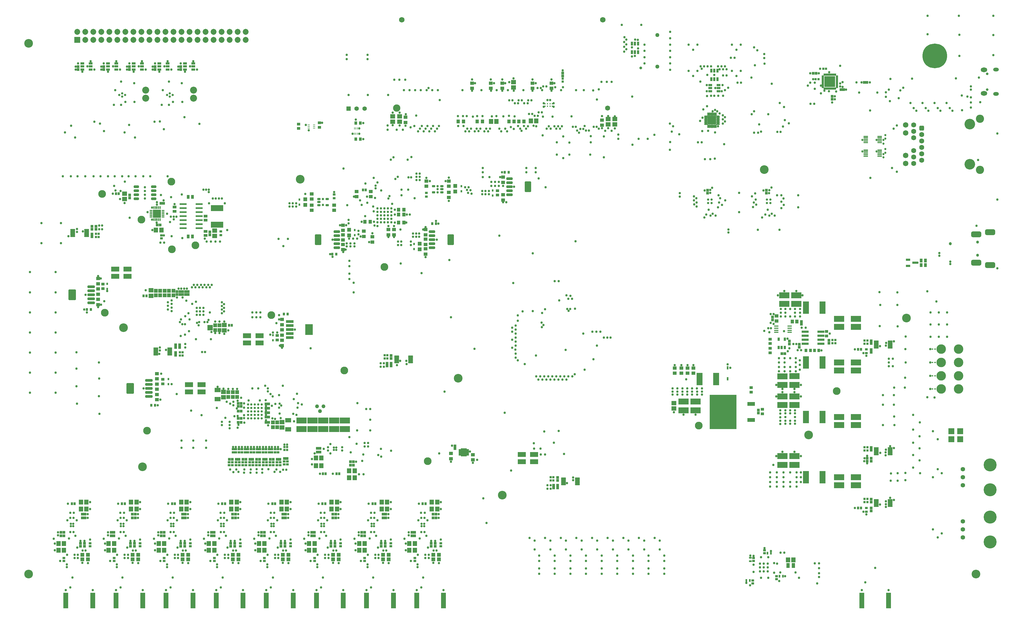
<source format=gbr>
%TF.GenerationSoftware,Altium Limited,Altium Designer,22.6.1 (34)*%
G04 Layer_Color=16711935*
%FSLAX26Y26*%
%MOIN*%
%TF.SameCoordinates,08F94D22-2ED8-4738-ABBF-34BB79D8E07D*%
%TF.FilePolarity,Negative*%
%TF.FileFunction,Soldermask,Bot*%
%TF.Part,Single*%
G01*
G75*
%TA.AperFunction,SMDPad,CuDef*%
%ADD27R,0.029528X0.035433*%
%TA.AperFunction,ConnectorPad*%
%ADD57R,0.062992X0.192913*%
%TA.AperFunction,SMDPad,CuDef*%
%ADD68R,0.035433X0.029528*%
%ADD73R,0.026000X0.009000*%
%TA.AperFunction,ComponentPad*%
%ADD144C,0.096457*%
%ADD146R,0.054685X0.054685*%
%ADD147C,0.054685*%
%ADD148C,0.031496*%
G04:AMPARAMS|DCode=149|XSize=57.087mil|YSize=78.74mil|CornerRadius=28.543mil|HoleSize=0mil|Usage=FLASHONLY|Rotation=90.000|XOffset=0mil|YOffset=0mil|HoleType=Round|Shape=RoundedRectangle|*
%AMROUNDEDRECTD149*
21,1,0.057087,0.021654,0,0,90.0*
21,1,0.000000,0.078740,0,0,90.0*
1,1,0.057087,0.010827,0.000000*
1,1,0.057087,0.010827,0.000000*
1,1,0.057087,-0.010827,0.000000*
1,1,0.057087,-0.010827,0.000000*
%
%ADD149ROUNDEDRECTD149*%
G04:AMPARAMS|DCode=150|XSize=45.276mil|YSize=70.866mil|CornerRadius=22.638mil|HoleSize=0mil|Usage=FLASHONLY|Rotation=90.000|XOffset=0mil|YOffset=0mil|HoleType=Round|Shape=RoundedRectangle|*
%AMROUNDEDRECTD150*
21,1,0.045276,0.025590,0,0,90.0*
21,1,0.000000,0.070866,0,0,90.0*
1,1,0.045276,0.012795,0.000000*
1,1,0.045276,0.012795,0.000000*
1,1,0.045276,-0.012795,0.000000*
1,1,0.045276,-0.012795,0.000000*
%
%ADD150ROUNDEDRECTD150*%
%ADD151C,0.055000*%
%ADD159C,0.063000*%
%TA.AperFunction,SMDPad,CuDef*%
%ADD193R,0.100000X0.061000*%
%ADD200R,0.023654X0.043748*%
%ADD201R,0.128000X0.075000*%
G04:AMPARAMS|DCode=204|XSize=43.307mil|YSize=23.622mil|CornerRadius=2.008mil|HoleSize=0mil|Usage=FLASHONLY|Rotation=90.000|XOffset=0mil|YOffset=0mil|HoleType=Round|Shape=RoundedRectangle|*
%AMROUNDEDRECTD204*
21,1,0.043307,0.019606,0,0,90.0*
21,1,0.039291,0.023622,0,0,90.0*
1,1,0.004016,0.009803,0.019646*
1,1,0.004016,0.009803,-0.019646*
1,1,0.004016,-0.009803,-0.019646*
1,1,0.004016,-0.009803,0.019646*
%
%ADD204ROUNDEDRECTD204*%
%ADD205R,0.053150X0.015748*%
%ADD208R,0.015000X0.014000*%
%ADD211R,0.090000X0.024000*%
%ADD215R,0.102362X0.102362*%
%ADD216R,0.035622X0.011811*%
%ADD217R,0.011811X0.035622*%
%ADD226R,0.009000X0.026000*%
%ADD257R,0.039496X0.045402*%
%ADD258R,0.043433X0.035559*%
%ADD259R,0.045402X0.039496*%
%ADD260R,0.043827X0.062724*%
%ADD261R,0.053276X0.063118*%
%ADD262R,0.024535X0.032409*%
%ADD263R,0.032409X0.031228*%
%ADD264R,0.032409X0.024535*%
%ADD265R,0.023748X0.029654*%
G04:AMPARAMS|DCode=266|XSize=31.622mil|YSize=78.866mil|CornerRadius=6.008mil|HoleSize=0mil|Usage=FLASHONLY|Rotation=270.000|XOffset=0mil|YOffset=0mil|HoleType=Round|Shape=RoundedRectangle|*
%AMROUNDEDRECTD266*
21,1,0.031622,0.066850,0,0,270.0*
21,1,0.019606,0.078866,0,0,270.0*
1,1,0.012016,-0.033425,-0.009803*
1,1,0.012016,-0.033425,0.009803*
1,1,0.012016,0.033425,0.009803*
1,1,0.012016,0.033425,-0.009803*
%
%ADD266ROUNDEDRECTD266*%
G04:AMPARAMS|DCode=267|XSize=132.016mil|YSize=78.866mil|CornerRadius=6.126mil|HoleSize=0mil|Usage=FLASHONLY|Rotation=270.000|XOffset=0mil|YOffset=0mil|HoleType=Round|Shape=RoundedRectangle|*
%AMROUNDEDRECTD267*
21,1,0.132016,0.066614,0,0,270.0*
21,1,0.119764,0.078866,0,0,270.0*
1,1,0.012252,-0.033307,-0.059882*
1,1,0.012252,-0.033307,0.059882*
1,1,0.012252,0.033307,0.059882*
1,1,0.012252,0.033307,-0.059882*
%
%ADD267ROUNDEDRECTD267*%
G04:AMPARAMS|DCode=268|XSize=29.654mil|YSize=39.496mil|CornerRadius=5.949mil|HoleSize=0mil|Usage=FLASHONLY|Rotation=270.000|XOffset=0mil|YOffset=0mil|HoleType=Round|Shape=RoundedRectangle|*
%AMROUNDEDRECTD268*
21,1,0.029654,0.027599,0,0,270.0*
21,1,0.017756,0.039496,0,0,270.0*
1,1,0.011898,-0.013799,-0.008878*
1,1,0.011898,-0.013799,0.008878*
1,1,0.011898,0.013799,0.008878*
1,1,0.011898,0.013799,-0.008878*
%
%ADD268ROUNDEDRECTD268*%
%ADD269R,0.031228X0.032409*%
G04:AMPARAMS|DCode=270|XSize=31.622mil|YSize=90.677mil|CornerRadius=6.008mil|HoleSize=0mil|Usage=FLASHONLY|Rotation=90.000|XOffset=0mil|YOffset=0mil|HoleType=Round|Shape=RoundedRectangle|*
%AMROUNDEDRECTD270*
21,1,0.031622,0.078661,0,0,90.0*
21,1,0.019606,0.090677,0,0,90.0*
1,1,0.012016,0.039331,0.009803*
1,1,0.012016,0.039331,-0.009803*
1,1,0.012016,-0.039331,-0.009803*
1,1,0.012016,-0.039331,0.009803*
%
%ADD270ROUNDEDRECTD270*%
G04:AMPARAMS|DCode=271|XSize=133.984mil|YSize=90.677mil|CornerRadius=6.067mil|HoleSize=0mil|Usage=FLASHONLY|Rotation=90.000|XOffset=0mil|YOffset=0mil|HoleType=Round|Shape=RoundedRectangle|*
%AMROUNDEDRECTD271*
21,1,0.133984,0.078543,0,0,90.0*
21,1,0.121850,0.090677,0,0,90.0*
1,1,0.012134,0.039272,0.060925*
1,1,0.012134,0.039272,-0.060925*
1,1,0.012134,-0.039272,-0.060925*
1,1,0.012134,-0.039272,0.060925*
%
%ADD271ROUNDEDRECTD271*%
G04:AMPARAMS|DCode=272|XSize=19.811mil|YSize=61.15mil|CornerRadius=5.949mil|HoleSize=0mil|Usage=FLASHONLY|Rotation=270.000|XOffset=0mil|YOffset=0mil|HoleType=Round|Shape=RoundedRectangle|*
%AMROUNDEDRECTD272*
21,1,0.019811,0.049252,0,0,270.0*
21,1,0.007913,0.061150,0,0,270.0*
1,1,0.011898,-0.024626,-0.003957*
1,1,0.011898,-0.024626,0.003957*
1,1,0.011898,0.024626,0.003957*
1,1,0.011898,0.024626,-0.003957*
%
%ADD272ROUNDEDRECTD272*%
%ADD273R,0.032409X0.033984*%
%ADD274R,0.031622X0.029654*%
%ADD275R,0.126110X0.072961*%
%ADD276R,0.063118X0.053276*%
%ADD277R,0.047370X0.049339*%
%ADD278R,0.076898X0.053276*%
%ADD279R,0.334772X0.425323*%
%ADD280R,0.094614X0.049339*%
%ADD281R,0.076898X0.153669*%
%ADD282R,0.086000X0.030000*%
%ADD283R,0.035559X0.043433*%
%ADD284R,0.043433X0.049339*%
%ADD285R,0.033984X0.032409*%
%ADD286R,0.047370X0.051307*%
%ADD287R,0.033591X0.029654*%
%ADD288R,0.153669X0.076898*%
%ADD289R,0.036000X0.045000*%
%ADD290R,0.045402X0.037528*%
%ADD291R,0.045000X0.036000*%
G04:AMPARAMS|DCode=292|XSize=31.622mil|YSize=65.087mil|CornerRadius=6.008mil|HoleSize=0mil|Usage=FLASHONLY|Rotation=270.000|XOffset=0mil|YOffset=0mil|HoleType=Round|Shape=RoundedRectangle|*
%AMROUNDEDRECTD292*
21,1,0.031622,0.053071,0,0,270.0*
21,1,0.019606,0.065087,0,0,270.0*
1,1,0.012016,-0.026535,-0.009803*
1,1,0.012016,-0.026535,0.009803*
1,1,0.012016,0.026535,0.009803*
1,1,0.012016,0.026535,-0.009803*
%
%ADD292ROUNDEDRECTD292*%
%ADD293R,0.047370X0.027685*%
%ADD294R,0.027685X0.047370*%
%ADD295O,0.017843X0.045402*%
%ADD296O,0.045402X0.017843*%
%ADD297R,0.106425X0.106425*%
%ADD298R,0.057213X0.031622*%
%ADD299R,0.037528X0.045008*%
%ADD300R,0.029654X0.025716*%
%ADD301R,0.019811X0.025716*%
%ADD302R,0.025716X0.019811*%
%ADD303R,0.133984X0.133984*%
%ADD304O,0.057874X0.016535*%
%ADD305R,0.051307X0.051307*%
%ADD306R,0.092646X0.133984*%
%ADD307R,0.092646X0.035559*%
%ADD308R,0.071779X0.101701*%
%ADD309R,0.029654X0.021779*%
%ADD310R,0.022173X0.017843*%
%TA.AperFunction,ComponentPad*%
%ADD311R,0.075913X0.075913*%
%ADD312C,0.028000*%
%ADD313C,0.086740*%
%ADD314C,0.162000*%
%ADD315C,0.072961*%
%ADD316R,0.072961X0.072961*%
%ADD317C,0.068000*%
G04:AMPARAMS|DCode=318|XSize=70.992mil|YSize=128.079mil|CornerRadius=19.748mil|HoleSize=0mil|Usage=FLASHONLY|Rotation=90.000|XOffset=0mil|YOffset=0mil|HoleType=Round|Shape=RoundedRectangle|*
%AMROUNDEDRECTD318*
21,1,0.070992,0.088583,0,0,90.0*
21,1,0.031496,0.128079,0,0,90.0*
1,1,0.039496,0.044291,0.015748*
1,1,0.039496,0.044291,-0.015748*
1,1,0.039496,-0.044291,-0.015748*
1,1,0.039496,-0.044291,0.015748*
%
%ADD318ROUNDEDRECTD318*%
%ADD319C,0.036543*%
%ADD320C,0.091000*%
%ADD321C,0.108000*%
%ADD322C,0.308000*%
%ADD323C,0.118000*%
%ADD324C,0.050520*%
%ADD325C,0.132016*%
%ADD326C,0.102488*%
%ADD327C,0.067843*%
%ADD328C,0.063118*%
G04:AMPARAMS|DCode=329|XSize=63.118mil|YSize=63.118mil|CornerRadius=17.779mil|HoleSize=0mil|Usage=FLASHONLY|Rotation=270.000|XOffset=0mil|YOffset=0mil|HoleType=Round|Shape=RoundedRectangle|*
%AMROUNDEDRECTD329*
21,1,0.063118,0.027559,0,0,270.0*
21,1,0.027559,0.063118,0,0,270.0*
1,1,0.035559,-0.013780,-0.013780*
1,1,0.035559,-0.013780,0.013780*
1,1,0.035559,0.013780,0.013780*
1,1,0.035559,0.013780,-0.013780*
%
%ADD329ROUNDEDRECTD329*%
%TA.AperFunction,ViaPad*%
%ADD330C,0.029654*%
%ADD331C,0.048000*%
%ADD332C,0.027000*%
%ADD333C,0.035559*%
%ADD334C,0.038000*%
%ADD335C,0.027685*%
D27*
X6281378Y5452480D02*
D03*
X6328622D02*
D03*
X1873110Y2548583D02*
D03*
X1920354D02*
D03*
X5376378Y4810000D02*
D03*
X5423622D02*
D03*
X4178622Y4430000D02*
D03*
X4131378D02*
D03*
X1118622Y3740000D02*
D03*
X1071378D02*
D03*
X3573622Y3685000D02*
D03*
X3526378D02*
D03*
D57*
X10732677Y115764D02*
D03*
X4557677D02*
D03*
X4892323D02*
D03*
X5182677D02*
D03*
X5517323D02*
D03*
X11067323D02*
D03*
X4267323D02*
D03*
X3932677D02*
D03*
X3642323D02*
D03*
X3307677D02*
D03*
X3017323D02*
D03*
X2682677D02*
D03*
X2392323D02*
D03*
X2057677D02*
D03*
X1767323D02*
D03*
X1432677D02*
D03*
X1142323D02*
D03*
X807677D02*
D03*
D68*
X4155000Y5173622D02*
D03*
Y5126378D02*
D03*
X10790000Y3196378D02*
D03*
Y3243622D02*
D03*
Y1268622D02*
D03*
Y1221378D02*
D03*
X2740000Y4713622D02*
D03*
Y4666378D02*
D03*
X5305000Y5193622D02*
D03*
Y5146378D02*
D03*
D73*
X3837500Y6039685D02*
D03*
Y6020000D02*
D03*
Y6000315D02*
D03*
X3902500D02*
D03*
Y6020000D02*
D03*
Y6039685D02*
D03*
D144*
X1295000Y3700000D02*
D03*
X1750000Y4860000D02*
D03*
X1260000Y5180000D02*
D03*
X2130000Y4490000D02*
D03*
X2425000Y4540000D02*
D03*
X2125000Y5335000D02*
D03*
X8700000Y2295000D02*
D03*
X10420000Y2725000D02*
D03*
X5320000Y1850000D02*
D03*
X1820000Y2230000D02*
D03*
X4280000Y2980000D02*
D03*
X4780000Y4270000D02*
D03*
X3370000Y3670000D02*
D03*
D146*
X4335000Y6245236D02*
D03*
D147*
X4435000D02*
D03*
X4535000D02*
D03*
D148*
X12297165Y6678425D02*
D03*
Y6481575D02*
D03*
D149*
X12255827Y6433346D02*
D03*
Y6726654D02*
D03*
D150*
X12405433Y6427441D02*
D03*
Y6732559D02*
D03*
D151*
X11995000Y1750000D02*
D03*
Y1650000D02*
D03*
Y1550000D02*
D03*
Y1100000D02*
D03*
Y1000000D02*
D03*
Y900000D02*
D03*
D159*
X7564961Y6250000D02*
D03*
D193*
X2343732Y2714083D02*
D03*
Y2803083D02*
D03*
X2499732D02*
D03*
Y2714083D02*
D03*
X1578000Y4155500D02*
D03*
Y4244500D02*
D03*
X1422000D02*
D03*
Y4155500D02*
D03*
X3067000Y3414500D02*
D03*
Y3325500D02*
D03*
X3223000D02*
D03*
Y3414500D02*
D03*
X6492000Y1934500D02*
D03*
Y1845500D02*
D03*
X6648000D02*
D03*
Y1934500D02*
D03*
D200*
X9060000Y2877087D02*
D03*
Y3012913D02*
D03*
D201*
X10451500Y2300500D02*
D03*
Y2399500D02*
D03*
X10658500D02*
D03*
Y2300500D02*
D03*
Y2980500D02*
D03*
Y3079500D02*
D03*
X10451500D02*
D03*
Y2980500D02*
D03*
Y3525500D02*
D03*
Y3624500D02*
D03*
X10658500D02*
D03*
Y3525500D02*
D03*
Y1550500D02*
D03*
Y1649500D02*
D03*
X10451500D02*
D03*
Y1550500D02*
D03*
D204*
X9697598Y3268819D02*
D03*
X9772402Y3371181D02*
D03*
X9697598D02*
D03*
X9735000Y3268819D02*
D03*
X9772402D02*
D03*
D205*
X9834646Y3456614D02*
D03*
X9665354Y3533386D02*
D03*
Y3507795D02*
D03*
Y3482205D02*
D03*
Y3456614D02*
D03*
X9834646Y3482205D02*
D03*
Y3507795D02*
D03*
Y3533386D02*
D03*
D208*
X6872394Y6302756D02*
D03*
X6845394D02*
D03*
X6784921D02*
D03*
X6811921D02*
D03*
X6845398Y6275984D02*
D03*
X6872398D02*
D03*
X6811925D02*
D03*
X6784925D02*
D03*
D211*
X2469000Y5055000D02*
D03*
Y5005000D02*
D03*
Y4955000D02*
D03*
Y4905000D02*
D03*
Y4855000D02*
D03*
Y4805000D02*
D03*
Y4755000D02*
D03*
X2271000D02*
D03*
Y4805000D02*
D03*
Y4855000D02*
D03*
Y4905000D02*
D03*
Y4955000D02*
D03*
Y5005000D02*
D03*
Y5055000D02*
D03*
D215*
X1945000Y4935000D02*
D03*
D216*
X2019898Y4895630D02*
D03*
Y4915315D02*
D03*
Y4935000D02*
D03*
Y4954685D02*
D03*
Y4974370D02*
D03*
X1870102D02*
D03*
Y4954685D02*
D03*
Y4935000D02*
D03*
Y4915315D02*
D03*
Y4895630D02*
D03*
D217*
X1984370Y5009898D02*
D03*
X1964685D02*
D03*
X1945000D02*
D03*
X1925315D02*
D03*
X1905630D02*
D03*
Y4860102D02*
D03*
X1925315D02*
D03*
X1945000D02*
D03*
X1964685D02*
D03*
X1984370D02*
D03*
D226*
X4405315Y5932500D02*
D03*
X4425000D02*
D03*
X4444685D02*
D03*
Y5997500D02*
D03*
X4425000D02*
D03*
X4405315D02*
D03*
D257*
X5700748Y6085000D02*
D03*
X5765709D02*
D03*
X6456732D02*
D03*
X6521693D02*
D03*
X4957520Y4985000D02*
D03*
X5022480D02*
D03*
X4602480Y4835315D02*
D03*
X4537520D02*
D03*
X4957520Y4825000D02*
D03*
X5022480D02*
D03*
X4957520Y4925000D02*
D03*
X5022480D02*
D03*
X6332520Y6085000D02*
D03*
X6397480D02*
D03*
X6002480D02*
D03*
X5937520D02*
D03*
D258*
X3710000Y6052559D02*
D03*
Y5997441D02*
D03*
X6190000Y5222598D02*
D03*
Y5167480D02*
D03*
X2016732Y2871142D02*
D03*
Y2816024D02*
D03*
X9495000Y2497559D02*
D03*
Y2442441D02*
D03*
X9355000Y2767559D02*
D03*
Y2712441D02*
D03*
X10295000Y3412441D02*
D03*
Y3467559D02*
D03*
X9590000Y3202441D02*
D03*
Y3257559D02*
D03*
Y3317441D02*
D03*
Y3372559D02*
D03*
X3970000Y6012441D02*
D03*
Y6067559D02*
D03*
X1270000Y4002441D02*
D03*
Y4057559D02*
D03*
X3445000Y3362441D02*
D03*
Y3417559D02*
D03*
D259*
X6108189Y6562480D02*
D03*
Y6497520D02*
D03*
X6260000Y5169961D02*
D03*
Y5105000D02*
D03*
Y5325000D02*
D03*
Y5389961D02*
D03*
X4610000Y5147520D02*
D03*
Y5212480D02*
D03*
X4435000Y5147520D02*
D03*
Y5212480D02*
D03*
X1941732Y2616102D02*
D03*
Y2681063D02*
D03*
Y2941063D02*
D03*
Y2876102D02*
D03*
Y2746102D02*
D03*
Y2811063D02*
D03*
X5045000Y6137480D02*
D03*
Y6072520D02*
D03*
X8635000Y3012480D02*
D03*
Y2947520D02*
D03*
X8400000D02*
D03*
Y3012480D02*
D03*
X8485000D02*
D03*
Y2947520D02*
D03*
X8560000Y3012480D02*
D03*
Y2947520D02*
D03*
X9670000Y3662480D02*
D03*
Y3597520D02*
D03*
X4630000Y4647480D02*
D03*
Y4582520D02*
D03*
X4525000Y4717480D02*
D03*
Y4652520D02*
D03*
X4900000Y4737480D02*
D03*
Y4672520D02*
D03*
X4830000Y4737480D02*
D03*
Y4672520D02*
D03*
X6249921Y6497520D02*
D03*
Y6562480D02*
D03*
X6864016Y6497520D02*
D03*
Y6562480D02*
D03*
X6627835Y6497520D02*
D03*
Y6562480D02*
D03*
X5871968Y6497520D02*
D03*
Y6562480D02*
D03*
X7495000Y6037520D02*
D03*
Y6102480D02*
D03*
X5585000Y5342480D02*
D03*
Y5277520D02*
D03*
Y5137520D02*
D03*
Y5202480D02*
D03*
X5305000Y5342480D02*
D03*
Y5277520D02*
D03*
X3875000Y5182480D02*
D03*
Y5117520D02*
D03*
X4155000Y4977520D02*
D03*
Y5042480D02*
D03*
X3875000Y4977520D02*
D03*
Y5042480D02*
D03*
X5295000Y4432520D02*
D03*
Y4497480D02*
D03*
Y4617480D02*
D03*
Y4552520D02*
D03*
Y4737480D02*
D03*
Y4672520D02*
D03*
X4265000Y4607520D02*
D03*
Y4672480D02*
D03*
Y4487520D02*
D03*
Y4552480D02*
D03*
Y4792480D02*
D03*
Y4727520D02*
D03*
X1210000Y4127480D02*
D03*
Y4062520D02*
D03*
Y3802520D02*
D03*
Y3867480D02*
D03*
Y3932520D02*
D03*
Y3997480D02*
D03*
X3505000Y3617480D02*
D03*
Y3552520D02*
D03*
Y3292520D02*
D03*
Y3357480D02*
D03*
Y3487480D02*
D03*
Y3422520D02*
D03*
X5610000Y1947480D02*
D03*
Y1882520D02*
D03*
X5885000Y1932480D02*
D03*
Y1867520D02*
D03*
D260*
X9878858Y551418D02*
D03*
X9814291D02*
D03*
D261*
X9813110Y621417D02*
D03*
X9880039D02*
D03*
X4746535Y1340000D02*
D03*
X4813465D02*
D03*
X4746535Y1255000D02*
D03*
X4813465D02*
D03*
X4533465Y825000D02*
D03*
X4466535D02*
D03*
X4533465Y740000D02*
D03*
X4466535D02*
D03*
X5371535Y1255000D02*
D03*
X5438465D02*
D03*
X5371535Y1340000D02*
D03*
X5438465D02*
D03*
X5158465Y740000D02*
D03*
X5091535D02*
D03*
X5158465Y825000D02*
D03*
X5091535D02*
D03*
X1998465Y4730000D02*
D03*
X1931535D02*
D03*
X3841535Y825000D02*
D03*
X3908465D02*
D03*
X4188465Y1255000D02*
D03*
X4121535D02*
D03*
X3841535Y740000D02*
D03*
X3908465D02*
D03*
X4188465Y1340000D02*
D03*
X4121535D02*
D03*
X3216535Y825000D02*
D03*
X3283465D02*
D03*
X3216535Y740000D02*
D03*
X3283465D02*
D03*
X3563465Y1255000D02*
D03*
X3496535D02*
D03*
X3563465Y1340000D02*
D03*
X3496535D02*
D03*
X2591535Y825000D02*
D03*
X2658465D02*
D03*
X2938465Y1255000D02*
D03*
X2871535D02*
D03*
X2938465Y1340000D02*
D03*
X2871535D02*
D03*
X2591535Y740000D02*
D03*
X2658465D02*
D03*
X1966535Y825000D02*
D03*
X2033465D02*
D03*
X2313465Y1340000D02*
D03*
X2246535D02*
D03*
X2313465Y1255000D02*
D03*
X2246535D02*
D03*
X1966535Y740000D02*
D03*
X2033465D02*
D03*
X1341535Y825000D02*
D03*
X1408465D02*
D03*
X1688465Y1255000D02*
D03*
X1621535D02*
D03*
X1341535Y740000D02*
D03*
X1408465D02*
D03*
X1688465Y1340000D02*
D03*
X1621535D02*
D03*
X1063465Y1255000D02*
D03*
X996535D02*
D03*
X1063465Y1340000D02*
D03*
X996535D02*
D03*
X716535Y825000D02*
D03*
X783465D02*
D03*
X716535Y740000D02*
D03*
X783465D02*
D03*
X3993465Y1795000D02*
D03*
X3926535D02*
D03*
X4341535Y1730000D02*
D03*
X4408465D02*
D03*
X3993465Y1890000D02*
D03*
X3926535D02*
D03*
X4341535Y1645000D02*
D03*
X4408465D02*
D03*
X6606168Y6090000D02*
D03*
X6673098D02*
D03*
X6110148Y6085000D02*
D03*
X6177078D02*
D03*
D262*
X9706693Y416535D02*
D03*
X9750000D02*
D03*
X9336220Y363386D02*
D03*
X9292913D02*
D03*
X9557480Y704331D02*
D03*
X9600787D02*
D03*
D263*
X9670866Y417126D02*
D03*
Y381299D02*
D03*
X9521417Y703740D02*
D03*
Y739567D02*
D03*
X9383858Y608661D02*
D03*
Y644488D02*
D03*
X9372047Y363976D02*
D03*
Y328150D02*
D03*
X4533465Y642913D02*
D03*
Y607087D02*
D03*
X3908465D02*
D03*
Y642913D02*
D03*
X3283465Y607087D02*
D03*
Y642913D02*
D03*
X2658465Y607087D02*
D03*
Y642913D02*
D03*
X2033465Y607087D02*
D03*
Y642913D02*
D03*
X1408465Y607087D02*
D03*
Y642913D02*
D03*
X783465Y607087D02*
D03*
Y642913D02*
D03*
X4860000Y792087D02*
D03*
Y827913D02*
D03*
X3480000Y1802087D02*
D03*
Y1837913D02*
D03*
X2885000Y1802087D02*
D03*
Y1837913D02*
D03*
X5485000Y792087D02*
D03*
Y827913D02*
D03*
X5158465Y642913D02*
D03*
Y607087D02*
D03*
X2000000Y4627087D02*
D03*
Y4662913D02*
D03*
X3440000Y1802087D02*
D03*
Y1837913D02*
D03*
X3395000D02*
D03*
Y1802087D02*
D03*
X3355000D02*
D03*
Y1837913D02*
D03*
X3270000Y1802087D02*
D03*
Y1837913D02*
D03*
X3310000D02*
D03*
Y1802087D02*
D03*
X4235000Y827913D02*
D03*
Y792087D02*
D03*
X3225000Y1837913D02*
D03*
Y1802087D02*
D03*
X3185000D02*
D03*
Y1837913D02*
D03*
X3610000Y827913D02*
D03*
Y792087D02*
D03*
X3100000Y1802087D02*
D03*
Y1837913D02*
D03*
X3140000D02*
D03*
Y1802087D02*
D03*
X2985000Y827913D02*
D03*
Y792087D02*
D03*
X3015000Y1802087D02*
D03*
Y1837913D02*
D03*
X3055000D02*
D03*
Y1802087D02*
D03*
X2360000Y827913D02*
D03*
Y792087D02*
D03*
X2970000Y1837913D02*
D03*
Y1802087D02*
D03*
X2930000D02*
D03*
Y1837913D02*
D03*
X1735000Y827913D02*
D03*
Y792087D02*
D03*
X2845000Y1802087D02*
D03*
Y1837913D02*
D03*
X1110000Y827913D02*
D03*
Y792087D02*
D03*
X3570000Y1812087D02*
D03*
Y1847913D02*
D03*
X3530000D02*
D03*
Y1812087D02*
D03*
D264*
X9344488Y604921D02*
D03*
Y648228D02*
D03*
D265*
X6130000Y5160984D02*
D03*
Y5223976D02*
D03*
X2086732Y2812086D02*
D03*
Y2875079D02*
D03*
X5740000Y5276496D02*
D03*
Y5213504D02*
D03*
X3720000Y5048504D02*
D03*
Y5111496D02*
D03*
X5150000Y4556496D02*
D03*
Y4493504D02*
D03*
X4410000Y4668504D02*
D03*
Y4731496D02*
D03*
X1325000Y3998504D02*
D03*
Y4061496D02*
D03*
X3390000Y3421496D02*
D03*
Y3358504D02*
D03*
D266*
X6339842Y5172480D02*
D03*
Y5222480D02*
D03*
Y5272480D02*
D03*
Y5322480D02*
D03*
Y5372480D02*
D03*
X4185158Y4710000D02*
D03*
Y4660000D02*
D03*
Y4610000D02*
D03*
Y4560000D02*
D03*
Y4510000D02*
D03*
X5374842D02*
D03*
Y4560000D02*
D03*
Y4610000D02*
D03*
Y4660000D02*
D03*
Y4710000D02*
D03*
D267*
X6570158Y5272480D02*
D03*
X3954843Y4610000D02*
D03*
X5605158D02*
D03*
D268*
X4065197Y5042598D02*
D03*
Y5117401D02*
D03*
X3964803D02*
D03*
Y5080000D02*
D03*
Y5042598D02*
D03*
X5495197Y5277402D02*
D03*
Y5240000D02*
D03*
Y5202599D02*
D03*
X5394803D02*
D03*
Y5277402D02*
D03*
D269*
X4512087Y5230000D02*
D03*
X4547913D02*
D03*
X2842087Y3545000D02*
D03*
X2877913D02*
D03*
X10722913Y3243622D02*
D03*
X10687087D02*
D03*
X10722913Y1268622D02*
D03*
X10687087D02*
D03*
X4667913Y1320000D02*
D03*
X4632087D02*
D03*
X5292913D02*
D03*
X5257087D02*
D03*
X1432087Y5185000D02*
D03*
X1467913D02*
D03*
X4007087Y1320000D02*
D03*
X4042913D02*
D03*
X3382087D02*
D03*
X3417913D02*
D03*
X2132087D02*
D03*
X2167913D02*
D03*
X2757087D02*
D03*
X2792913D02*
D03*
X1507087D02*
D03*
X1542913D02*
D03*
X882087D02*
D03*
X917913D02*
D03*
X4047913Y1695000D02*
D03*
X4012087D02*
D03*
X4217913D02*
D03*
X4182087D02*
D03*
X1777087Y3912535D02*
D03*
X1812913D02*
D03*
D270*
X1843858Y2858583D02*
D03*
Y2808583D02*
D03*
Y2758583D02*
D03*
Y2708583D02*
D03*
Y2658583D02*
D03*
X1122126Y3825000D02*
D03*
Y3875000D02*
D03*
Y3925000D02*
D03*
Y3975000D02*
D03*
Y4025000D02*
D03*
D271*
X1609606Y2758583D02*
D03*
X887874Y3925000D02*
D03*
D272*
X1929134Y3257953D02*
D03*
Y3238268D02*
D03*
Y3218583D02*
D03*
Y3198898D02*
D03*
X2104331Y3257953D02*
D03*
Y3238268D02*
D03*
Y3218583D02*
D03*
Y3198898D02*
D03*
X1929134Y3179213D02*
D03*
X2104331D02*
D03*
X11087598Y3265630D02*
D03*
Y3285315D02*
D03*
Y3305000D02*
D03*
Y3324685D02*
D03*
X10912401Y3265630D02*
D03*
Y3285315D02*
D03*
Y3305000D02*
D03*
Y3324685D02*
D03*
X11087598Y3344370D02*
D03*
X10912401D02*
D03*
Y1290630D02*
D03*
X11087598D02*
D03*
Y1310315D02*
D03*
Y1330000D02*
D03*
Y1349685D02*
D03*
X10912401Y1310315D02*
D03*
Y1330000D02*
D03*
Y1349685D02*
D03*
X11087598Y1369370D02*
D03*
X10912401D02*
D03*
X11087598Y1935630D02*
D03*
Y1955315D02*
D03*
Y1975000D02*
D03*
Y1994685D02*
D03*
X10912401Y1935630D02*
D03*
Y1955315D02*
D03*
Y1975000D02*
D03*
Y1994685D02*
D03*
X11087598Y2014370D02*
D03*
X10912401D02*
D03*
X7187598Y1560630D02*
D03*
Y1580315D02*
D03*
Y1600000D02*
D03*
Y1619685D02*
D03*
X7012401Y1560630D02*
D03*
Y1580315D02*
D03*
Y1600000D02*
D03*
Y1619685D02*
D03*
X7187598Y1639370D02*
D03*
X7012401D02*
D03*
X1067599Y4655630D02*
D03*
X892402D02*
D03*
X1067599Y4675315D02*
D03*
Y4695000D02*
D03*
Y4714685D02*
D03*
Y4734370D02*
D03*
X892402Y4675315D02*
D03*
Y4695000D02*
D03*
Y4714685D02*
D03*
Y4734370D02*
D03*
X4932401Y3159370D02*
D03*
X5107598D02*
D03*
X4932401Y3139685D02*
D03*
Y3120000D02*
D03*
Y3100315D02*
D03*
Y3080630D02*
D03*
X5107598Y3139685D02*
D03*
Y3120000D02*
D03*
Y3100315D02*
D03*
Y3080630D02*
D03*
D273*
X2176732Y3171260D02*
D03*
Y3205905D02*
D03*
X2226732Y3300905D02*
D03*
Y3266260D02*
D03*
X2176732Y3300905D02*
D03*
Y3266260D02*
D03*
X10800000Y1887323D02*
D03*
Y1852677D02*
D03*
X2590000Y3497677D02*
D03*
Y3532323D02*
D03*
X2625000Y3497677D02*
D03*
Y3532323D02*
D03*
X2300000Y3963323D02*
D03*
Y3928677D02*
D03*
X9445000Y2487323D02*
D03*
Y2452677D02*
D03*
X10325000Y3357323D02*
D03*
Y3322677D02*
D03*
X10850000Y2022323D02*
D03*
Y1987677D02*
D03*
X9955000Y3272677D02*
D03*
Y3307323D02*
D03*
X9830000Y3312677D02*
D03*
Y3347323D02*
D03*
X10850000Y3207677D02*
D03*
Y3242323D02*
D03*
Y3352323D02*
D03*
Y3317677D02*
D03*
X9620000Y3647323D02*
D03*
Y3612677D02*
D03*
X9980000Y3557677D02*
D03*
Y3592323D02*
D03*
X10850000Y1852677D02*
D03*
Y1887323D02*
D03*
Y1377323D02*
D03*
Y1342677D02*
D03*
Y1267323D02*
D03*
Y1232677D02*
D03*
X6890000Y1517677D02*
D03*
Y1552323D02*
D03*
X6940000Y1517677D02*
D03*
Y1552323D02*
D03*
Y1647323D02*
D03*
Y1612677D02*
D03*
X4740000Y827323D02*
D03*
Y792677D02*
D03*
X4790000Y827323D02*
D03*
Y792677D02*
D03*
X5365000Y827323D02*
D03*
Y792677D02*
D03*
X5415000Y827323D02*
D03*
Y792677D02*
D03*
X9545000Y5192677D02*
D03*
Y5227323D02*
D03*
X8810000Y5192677D02*
D03*
Y5227323D02*
D03*
X2605000Y4707323D02*
D03*
Y4672677D02*
D03*
X1605000Y5167323D02*
D03*
Y5132677D02*
D03*
X1600000Y6767323D02*
D03*
Y6732677D02*
D03*
X2240000D02*
D03*
Y6767323D02*
D03*
X1920000D02*
D03*
Y6732677D02*
D03*
X1280000Y6767323D02*
D03*
Y6732677D02*
D03*
X960000Y6767323D02*
D03*
Y6732677D02*
D03*
X7005000Y6652677D02*
D03*
Y6687323D02*
D03*
X10365000Y6397323D02*
D03*
Y6362677D02*
D03*
X4165000Y792677D02*
D03*
Y827323D02*
D03*
X4115000Y792677D02*
D03*
Y827323D02*
D03*
X3490000Y792677D02*
D03*
Y827323D02*
D03*
X3540000Y792677D02*
D03*
Y827323D02*
D03*
X2240000Y792677D02*
D03*
Y827323D02*
D03*
X2865000Y792677D02*
D03*
Y827323D02*
D03*
X2915000Y792677D02*
D03*
Y827323D02*
D03*
X2290000Y792677D02*
D03*
Y827323D02*
D03*
X1665000Y792677D02*
D03*
Y827323D02*
D03*
X1615000Y792677D02*
D03*
Y827323D02*
D03*
X990000Y792677D02*
D03*
Y827323D02*
D03*
X1040000Y792677D02*
D03*
Y827323D02*
D03*
X2335000Y3928677D02*
D03*
Y3963323D02*
D03*
X2265000Y3928677D02*
D03*
Y3963323D02*
D03*
X2230000Y3928677D02*
D03*
Y3963323D02*
D03*
X2195000Y3928677D02*
D03*
Y3963323D02*
D03*
X1185000Y4742677D02*
D03*
Y4777323D02*
D03*
X1135000Y4682323D02*
D03*
Y4647677D02*
D03*
Y4742677D02*
D03*
Y4777323D02*
D03*
X4865000Y3132677D02*
D03*
Y3167323D02*
D03*
Y3072323D02*
D03*
Y3037677D02*
D03*
X4815000Y3072323D02*
D03*
Y3037677D02*
D03*
X5660000Y2042323D02*
D03*
Y2007677D02*
D03*
D274*
X2263465Y3208583D02*
D03*
X2230000D02*
D03*
X2263465Y3168583D02*
D03*
X2230000D02*
D03*
X10401732Y3320000D02*
D03*
X10368268D02*
D03*
X10401732Y3360000D02*
D03*
X10368268D02*
D03*
X10768268Y2025000D02*
D03*
X10801732D02*
D03*
X10768268Y1985000D02*
D03*
X10801732D02*
D03*
X10768268Y3315000D02*
D03*
X10801732D02*
D03*
X10768268Y3355000D02*
D03*
X10801732D02*
D03*
X10768268Y1380000D02*
D03*
X10801732D02*
D03*
X10768268Y1340000D02*
D03*
X10801732D02*
D03*
X6853268Y1650000D02*
D03*
X6886732D02*
D03*
X6853268Y1610000D02*
D03*
X6886732D02*
D03*
X10158268Y6610000D02*
D03*
X10191732D02*
D03*
X10253268Y6740000D02*
D03*
X10286732D02*
D03*
X1183268Y4645000D02*
D03*
X1216732D02*
D03*
X1183268Y4685000D02*
D03*
X1216732D02*
D03*
X4816732Y3170000D02*
D03*
X4783268D02*
D03*
X4816732Y3130000D02*
D03*
X4783268D02*
D03*
D275*
X9745000Y2909134D02*
D03*
X4288268Y2250866D02*
D03*
Y2359134D02*
D03*
X3748268Y2250866D02*
D03*
Y2359134D02*
D03*
X3883268Y2250866D02*
D03*
Y2359134D02*
D03*
X4018268Y2250866D02*
D03*
Y2359134D02*
D03*
X4153268Y2250866D02*
D03*
Y2359134D02*
D03*
X8660000Y2485866D02*
D03*
Y2594134D02*
D03*
X8510000Y2485866D02*
D03*
Y2594134D02*
D03*
X9895000Y2801732D02*
D03*
Y2910000D02*
D03*
Y2659134D02*
D03*
Y2550866D02*
D03*
Y1914134D02*
D03*
Y1805866D02*
D03*
X9916000Y3918268D02*
D03*
Y3810000D02*
D03*
X9766000Y3918268D02*
D03*
Y3810000D02*
D03*
X9745000Y1914134D02*
D03*
Y1805866D02*
D03*
Y2659134D02*
D03*
Y2550866D02*
D03*
Y2800866D02*
D03*
D276*
X4885000Y6148465D02*
D03*
Y6081535D02*
D03*
X4970000Y6148465D02*
D03*
Y6081535D02*
D03*
X2785000Y3481535D02*
D03*
Y3548465D02*
D03*
X2775000Y2713465D02*
D03*
Y2646535D02*
D03*
X8390000Y2506535D02*
D03*
Y2573465D02*
D03*
X2665000Y4723465D02*
D03*
Y4656535D02*
D03*
X1540000Y5183465D02*
D03*
Y5116535D02*
D03*
X1870000Y3979465D02*
D03*
Y3912535D02*
D03*
X3505000Y2338465D02*
D03*
Y2271535D02*
D03*
X6391614Y6508268D02*
D03*
Y6575197D02*
D03*
X7570000Y6046535D02*
D03*
Y6113465D02*
D03*
X7655000Y6046535D02*
D03*
Y6113465D02*
D03*
D277*
X2670000Y3544528D02*
D03*
Y3485472D02*
D03*
X2725000Y3544528D02*
D03*
Y3485472D02*
D03*
X2945000Y2709528D02*
D03*
Y2650472D02*
D03*
X2890000Y2709528D02*
D03*
Y2650472D02*
D03*
X2835000Y2709528D02*
D03*
Y2650472D02*
D03*
X1930000Y3916472D02*
D03*
Y3975528D02*
D03*
X2150000Y3916472D02*
D03*
Y3975528D02*
D03*
X2095000Y3916472D02*
D03*
Y3975528D02*
D03*
X2040000D02*
D03*
Y3916472D02*
D03*
X1985000Y3975528D02*
D03*
Y3916472D02*
D03*
X3445000Y2334528D02*
D03*
Y2275472D02*
D03*
X3390000Y2334528D02*
D03*
Y2275472D02*
D03*
D278*
X3580000Y2362087D02*
D03*
Y2247913D02*
D03*
X2700000Y2622913D02*
D03*
Y2737087D02*
D03*
D279*
X9003858Y2465000D02*
D03*
D280*
X9354252Y2365000D02*
D03*
Y2565000D02*
D03*
D281*
X8918346Y2875000D02*
D03*
X8711654D02*
D03*
X10243346Y3080000D02*
D03*
X10036654D02*
D03*
X10243346Y2400000D02*
D03*
X10036654D02*
D03*
X10243346Y1650000D02*
D03*
X10036654D02*
D03*
X10243346Y3765000D02*
D03*
X10036654D02*
D03*
D282*
X10222000Y3415000D02*
D03*
X10028000D02*
D03*
X10222000Y3315000D02*
D03*
Y3365000D02*
D03*
Y3465000D02*
D03*
X10028000D02*
D03*
Y3365000D02*
D03*
Y3315000D02*
D03*
D283*
X10092559Y3230000D02*
D03*
X10037441D02*
D03*
X10197559D02*
D03*
X10142441D02*
D03*
X4480118Y5865000D02*
D03*
X4425000D02*
D03*
X4480118Y6065000D02*
D03*
X4425000D02*
D03*
D284*
X9923543Y3592323D02*
D03*
X9866457D02*
D03*
D285*
X9772323Y3190000D02*
D03*
X9737677D02*
D03*
X4762677Y1145000D02*
D03*
X4797323D02*
D03*
X4762677Y1190000D02*
D03*
X4797323D02*
D03*
X4532323Y920000D02*
D03*
X4497677D02*
D03*
X4532323Y965000D02*
D03*
X4497677D02*
D03*
X5387677Y1190000D02*
D03*
X5422323D02*
D03*
X5387677Y1145000D02*
D03*
X5422323D02*
D03*
X5157323Y920000D02*
D03*
X5122677D02*
D03*
X5157323Y965000D02*
D03*
X5122677D02*
D03*
X1992677Y5065000D02*
D03*
X2027323D02*
D03*
X1982323Y4795000D02*
D03*
X1947677D02*
D03*
X10162323Y6685000D02*
D03*
X10127677D02*
D03*
X10797323Y6571000D02*
D03*
X10762677D02*
D03*
X10472677Y6480000D02*
D03*
X10507323D02*
D03*
X3477323Y1875000D02*
D03*
X3442677D02*
D03*
X3392323D02*
D03*
X3357677D02*
D03*
X3307323D02*
D03*
X3272677D02*
D03*
X3872677Y965000D02*
D03*
X3907323D02*
D03*
X4172323Y1190000D02*
D03*
X4137677D02*
D03*
X3872677Y920000D02*
D03*
X3907323D02*
D03*
X4172323Y1145000D02*
D03*
X4137677D02*
D03*
X3222323Y1875000D02*
D03*
X3187677D02*
D03*
X3247677Y920000D02*
D03*
X3282323D02*
D03*
X3547323Y1190000D02*
D03*
X3512677D02*
D03*
X3247677Y965000D02*
D03*
X3282323D02*
D03*
X3547323Y1145000D02*
D03*
X3512677D02*
D03*
X3137323Y1875000D02*
D03*
X3102677D02*
D03*
X2922323Y1145000D02*
D03*
X2887677D02*
D03*
X2622677Y920000D02*
D03*
X2657323D02*
D03*
X2922323Y1190000D02*
D03*
X2887677D02*
D03*
X2622677Y965000D02*
D03*
X2657323D02*
D03*
X3052323Y1875000D02*
D03*
X3017677D02*
D03*
X2297323Y1190000D02*
D03*
X2262677D02*
D03*
X2297323Y1145000D02*
D03*
X2262677D02*
D03*
X1997677Y965000D02*
D03*
X2032323D02*
D03*
X1997677Y920000D02*
D03*
X2032323D02*
D03*
X2967323Y1875000D02*
D03*
X2932677D02*
D03*
X1672323Y1145000D02*
D03*
X1637677D02*
D03*
X1372677Y965000D02*
D03*
X1407323D02*
D03*
X1372677Y920000D02*
D03*
X1407323D02*
D03*
X1672323Y1190000D02*
D03*
X1637677D02*
D03*
X2882323Y1875000D02*
D03*
X2847677D02*
D03*
X1047323Y1145000D02*
D03*
X1012677D02*
D03*
X1047323Y1190000D02*
D03*
X1012677D02*
D03*
X747677Y965000D02*
D03*
X782323D02*
D03*
X747677Y920000D02*
D03*
X782323D02*
D03*
X3532677Y1885000D02*
D03*
X3567323D02*
D03*
X3977323Y1965000D02*
D03*
X3942677D02*
D03*
X4357677Y1800000D02*
D03*
X4392323D02*
D03*
X3977323Y2010000D02*
D03*
X3942677D02*
D03*
X4357677Y1845000D02*
D03*
X4392323D02*
D03*
X3337323Y2565000D02*
D03*
X3302677D02*
D03*
X3337323Y2335000D02*
D03*
X3302677D02*
D03*
X3337323Y2400000D02*
D03*
X3302677D02*
D03*
X3337323Y2455000D02*
D03*
X3302677D02*
D03*
X3337323Y2510000D02*
D03*
X3302677D02*
D03*
X2957677Y2475000D02*
D03*
X2992323D02*
D03*
X2957677Y2535000D02*
D03*
X2992323D02*
D03*
X2957677Y2570000D02*
D03*
X2992323D02*
D03*
X2957677Y2335000D02*
D03*
X2992323D02*
D03*
X2957677Y2385000D02*
D03*
X2992323D02*
D03*
D286*
X4835000Y683543D02*
D03*
Y626457D02*
D03*
X4765000Y683543D02*
D03*
Y626457D02*
D03*
X5390000Y683543D02*
D03*
Y626457D02*
D03*
X5460000Y683543D02*
D03*
Y626457D02*
D03*
X4210000D02*
D03*
Y683543D02*
D03*
X4140000Y626457D02*
D03*
Y683543D02*
D03*
X3585000Y626457D02*
D03*
Y683543D02*
D03*
X3515000Y626457D02*
D03*
Y683543D02*
D03*
X2890000Y626457D02*
D03*
Y683543D02*
D03*
X2960000Y626457D02*
D03*
Y683543D02*
D03*
X2265000Y626457D02*
D03*
Y683543D02*
D03*
X2335000Y626457D02*
D03*
Y683543D02*
D03*
X1640000Y626457D02*
D03*
Y683543D02*
D03*
X1710000Y626457D02*
D03*
Y683543D02*
D03*
X1085000Y626457D02*
D03*
Y683543D02*
D03*
X1015000Y626457D02*
D03*
Y683543D02*
D03*
D287*
X3268000Y1960315D02*
D03*
Y1999685D02*
D03*
X3343000Y1960315D02*
D03*
Y1999685D02*
D03*
X3002000Y1960315D02*
D03*
Y1999685D02*
D03*
X3418000Y1960315D02*
D03*
Y1999685D02*
D03*
X3452000D02*
D03*
Y1960315D02*
D03*
X3377000Y1999685D02*
D03*
Y1960315D02*
D03*
X3302000Y1999685D02*
D03*
Y1960315D02*
D03*
X3227000Y1999685D02*
D03*
Y1960315D02*
D03*
X3193000Y1999685D02*
D03*
Y1960315D02*
D03*
X3152000Y1999685D02*
D03*
Y1960315D02*
D03*
X3118000Y1999685D02*
D03*
Y1960315D02*
D03*
X3077000Y1999685D02*
D03*
Y1960315D02*
D03*
X3043000Y1999685D02*
D03*
Y1960315D02*
D03*
X2968000Y1999685D02*
D03*
Y1960315D02*
D03*
X2927000Y1999685D02*
D03*
Y1960315D02*
D03*
X2893000Y1999685D02*
D03*
Y1960315D02*
D03*
D288*
X2695000Y4796654D02*
D03*
Y5003346D02*
D03*
D289*
X2333500Y5145000D02*
D03*
X2386500D02*
D03*
Y4650000D02*
D03*
X2333500D02*
D03*
D290*
X2550000Y4664409D02*
D03*
Y4715591D02*
D03*
Y4905591D02*
D03*
Y4854409D02*
D03*
D291*
X2165000Y4963500D02*
D03*
Y5016500D02*
D03*
D292*
X1687716Y5120000D02*
D03*
Y5170000D02*
D03*
Y5220000D02*
D03*
Y5270000D02*
D03*
X1902283Y5120000D02*
D03*
Y5170000D02*
D03*
Y5220000D02*
D03*
Y5270000D02*
D03*
D293*
X2291850Y6807402D02*
D03*
Y6770000D02*
D03*
Y6732599D02*
D03*
X2398150D02*
D03*
Y6770000D02*
D03*
Y6807402D02*
D03*
X1971850D02*
D03*
Y6770000D02*
D03*
Y6732599D02*
D03*
X2078150D02*
D03*
Y6770000D02*
D03*
Y6807402D02*
D03*
X1331850D02*
D03*
Y6770000D02*
D03*
Y6732599D02*
D03*
X1438150D02*
D03*
Y6770000D02*
D03*
Y6807402D02*
D03*
X1651850D02*
D03*
Y6770000D02*
D03*
Y6732599D02*
D03*
X1758150D02*
D03*
Y6770000D02*
D03*
Y6807402D02*
D03*
X1011850D02*
D03*
Y6770000D02*
D03*
Y6732599D02*
D03*
X1118150D02*
D03*
Y6770000D02*
D03*
Y6807402D02*
D03*
X8841850Y6537402D02*
D03*
Y6500000D02*
D03*
Y6462599D02*
D03*
X8948150D02*
D03*
Y6500000D02*
D03*
Y6537402D02*
D03*
D294*
X8857598Y6611850D02*
D03*
X8895000D02*
D03*
X8932401D02*
D03*
Y6718150D02*
D03*
X8895000D02*
D03*
X8857598D02*
D03*
X7942402Y7053150D02*
D03*
X7905000D02*
D03*
X7867599D02*
D03*
Y6946850D02*
D03*
X7905000D02*
D03*
X7942402D02*
D03*
D295*
X8914212Y6025197D02*
D03*
X8894528D02*
D03*
X8874843D02*
D03*
X8855157D02*
D03*
X8835472D02*
D03*
X8815787D02*
D03*
Y6174803D02*
D03*
X8835472D02*
D03*
X8855157D02*
D03*
X8874843D02*
D03*
X8894528D02*
D03*
X8914212D02*
D03*
D296*
X8790197Y6050788D02*
D03*
Y6070472D02*
D03*
Y6090158D02*
D03*
Y6109843D02*
D03*
Y6129528D02*
D03*
Y6149213D02*
D03*
X8939803D02*
D03*
Y6129528D02*
D03*
Y6109843D02*
D03*
Y6090158D02*
D03*
Y6070472D02*
D03*
Y6050788D02*
D03*
D297*
X8865000Y6100000D02*
D03*
D298*
X11391339Y4323228D02*
D03*
X11308661Y4360630D02*
D03*
Y4285827D02*
D03*
D299*
X11527559Y4295732D02*
D03*
X11472441D02*
D03*
X11527559Y4350744D02*
D03*
X11472441D02*
D03*
D300*
X7005000Y6617717D02*
D03*
Y6582283D02*
D03*
X3567000Y1992284D02*
D03*
Y2027717D02*
D03*
X3532000Y1992284D02*
D03*
Y2027717D02*
D03*
D301*
X10266102Y6668071D02*
D03*
X10285787D02*
D03*
X10305472D02*
D03*
X10325157D02*
D03*
X10344843D02*
D03*
X10364528D02*
D03*
X10384213D02*
D03*
X10403898D02*
D03*
Y6492874D02*
D03*
X10384213D02*
D03*
X10364528D02*
D03*
X10344843D02*
D03*
X10325157D02*
D03*
X10305472D02*
D03*
X10285787D02*
D03*
X10266102D02*
D03*
D302*
X10422599Y6649370D02*
D03*
Y6629685D02*
D03*
Y6610000D02*
D03*
Y6590315D02*
D03*
Y6570630D02*
D03*
Y6550945D02*
D03*
Y6531260D02*
D03*
Y6511575D02*
D03*
X10247402D02*
D03*
Y6531260D02*
D03*
Y6550945D02*
D03*
Y6570630D02*
D03*
Y6590315D02*
D03*
Y6610000D02*
D03*
Y6629685D02*
D03*
Y6649370D02*
D03*
D303*
X10335000Y6580472D02*
D03*
D304*
X10957598Y5729370D02*
D03*
Y5709685D02*
D03*
Y5690000D02*
D03*
Y5670315D02*
D03*
Y5650630D02*
D03*
X10782401Y5729370D02*
D03*
Y5709685D02*
D03*
Y5690000D02*
D03*
Y5670315D02*
D03*
Y5650630D02*
D03*
X10957598Y5899370D02*
D03*
Y5879685D02*
D03*
Y5860000D02*
D03*
Y5840315D02*
D03*
Y5820630D02*
D03*
X10782401Y5899370D02*
D03*
Y5879685D02*
D03*
Y5860000D02*
D03*
Y5840315D02*
D03*
Y5820630D02*
D03*
D305*
X5665000Y5209567D02*
D03*
Y5280433D02*
D03*
X3795000Y5044567D02*
D03*
Y5115433D02*
D03*
X5220000Y4560433D02*
D03*
Y4489567D02*
D03*
X4340000Y4664567D02*
D03*
Y4735433D02*
D03*
D306*
X3839095Y3490000D02*
D03*
D307*
X3600905Y3590000D02*
D03*
Y3540000D02*
D03*
Y3490000D02*
D03*
Y3440000D02*
D03*
Y3390000D02*
D03*
D308*
X5770000Y1960000D02*
D03*
D309*
X5820591Y1989527D02*
D03*
Y1969842D02*
D03*
Y1950157D02*
D03*
Y1930472D02*
D03*
X5719409Y1989527D02*
D03*
Y1969842D02*
D03*
Y1950157D02*
D03*
Y1930472D02*
D03*
D310*
X11646535Y3246063D02*
D03*
X11613465D02*
D03*
X11646535Y3080709D02*
D03*
X11613465D02*
D03*
X11646535Y2915354D02*
D03*
X11613465D02*
D03*
X11646535Y2750000D02*
D03*
X11613465D02*
D03*
D311*
X11850000Y2125000D02*
D03*
Y2225000D02*
D03*
X11960000Y2125000D02*
D03*
Y2225000D02*
D03*
D312*
X4619500Y1039500D02*
D03*
Y1070500D02*
D03*
X4650500Y1039500D02*
D03*
Y1070500D02*
D03*
X5244500Y1039500D02*
D03*
Y1070500D02*
D03*
X5275500Y1039500D02*
D03*
Y1070500D02*
D03*
X3369500Y1039500D02*
D03*
Y1070500D02*
D03*
X3400500Y1039500D02*
D03*
Y1070500D02*
D03*
X869500Y1039500D02*
D03*
Y1070500D02*
D03*
X900500Y1039500D02*
D03*
Y1070500D02*
D03*
X4180500Y1989500D02*
D03*
X4149500D02*
D03*
X4180500Y2020500D02*
D03*
X4149500D02*
D03*
X4025500Y1070500D02*
D03*
Y1039500D02*
D03*
X3994500Y1070500D02*
D03*
Y1039500D02*
D03*
X2775500Y1070500D02*
D03*
Y1039500D02*
D03*
X2744500Y1070500D02*
D03*
Y1039500D02*
D03*
X2150500Y1070500D02*
D03*
Y1039500D02*
D03*
X2119500Y1070500D02*
D03*
Y1039500D02*
D03*
X1525500Y1070500D02*
D03*
Y1039500D02*
D03*
X1494500Y1070500D02*
D03*
Y1039500D02*
D03*
D313*
X1805000Y6473071D02*
D03*
Y6373071D02*
D03*
X2400000Y6473071D02*
D03*
Y6373071D02*
D03*
D314*
X12335000Y1805000D02*
D03*
Y1495000D02*
D03*
Y1155000D02*
D03*
Y845000D02*
D03*
D315*
X3050000Y7200000D02*
D03*
Y7100000D02*
D03*
X2950000Y7200000D02*
D03*
Y7100000D02*
D03*
X2850000Y7200000D02*
D03*
Y7100000D02*
D03*
X2750000Y7200000D02*
D03*
Y7100000D02*
D03*
X2650000Y7200000D02*
D03*
Y7100000D02*
D03*
X2550000Y7200000D02*
D03*
Y7100000D02*
D03*
X2450000Y7200000D02*
D03*
Y7100000D02*
D03*
X2350000Y7200000D02*
D03*
Y7100000D02*
D03*
X2250000Y7200000D02*
D03*
Y7100000D02*
D03*
X2150000Y7200000D02*
D03*
Y7100000D02*
D03*
X2050000Y7200000D02*
D03*
Y7100000D02*
D03*
X1950000Y7200000D02*
D03*
Y7100000D02*
D03*
X1850000Y7200000D02*
D03*
Y7100000D02*
D03*
X1750000Y7200000D02*
D03*
Y7100000D02*
D03*
X1650000Y7200000D02*
D03*
Y7100000D02*
D03*
X1550000Y7200000D02*
D03*
Y7100000D02*
D03*
X1450000Y7200000D02*
D03*
Y7100000D02*
D03*
X1350000Y7200000D02*
D03*
Y7100000D02*
D03*
X1250000Y7200000D02*
D03*
Y7100000D02*
D03*
X1150000Y7200000D02*
D03*
Y7100000D02*
D03*
X1050000Y7200000D02*
D03*
Y7100000D02*
D03*
X950000Y7200000D02*
D03*
D316*
Y7100000D02*
D03*
D317*
X7502000Y7352000D02*
D03*
X4998000D02*
D03*
D318*
X12335000Y4705000D02*
D03*
Y4295000D02*
D03*
X12160000Y4323000D02*
D03*
Y4677000D02*
D03*
D319*
X12175748Y4417323D02*
D03*
Y4582677D02*
D03*
D320*
X4934961Y6250000D02*
D03*
D321*
X344488Y7058268D02*
D03*
Y444094D02*
D03*
X9517717Y5483465D02*
D03*
X3730315Y5365354D02*
D03*
X11289370Y3633071D02*
D03*
X5698819Y2885039D02*
D03*
X1525591Y3514961D02*
D03*
X10068898Y2176378D02*
D03*
X6250000Y1428347D02*
D03*
X1761811Y1782677D02*
D03*
X12155512Y444094D02*
D03*
D322*
X11643701Y6900787D02*
D03*
D323*
X11723465Y2750000D02*
D03*
Y2915354D02*
D03*
Y3080709D02*
D03*
Y3246063D02*
D03*
X11940000D02*
D03*
Y3080709D02*
D03*
Y2915354D02*
D03*
Y2750000D02*
D03*
D324*
X8183858Y7160630D02*
D03*
Y6766929D02*
D03*
D325*
X12081260Y5550000D02*
D03*
Y6050000D02*
D03*
D326*
X12206457Y6117520D02*
D03*
Y5482480D02*
D03*
D327*
X11281260Y5939764D02*
D03*
Y5660236D02*
D03*
Y6039764D02*
D03*
Y5560236D02*
D03*
D328*
X11381260Y5879724D02*
D03*
Y5720276D02*
D03*
Y5959646D02*
D03*
Y5640354D02*
D03*
Y6039567D02*
D03*
Y5560433D02*
D03*
X11481260Y5839961D02*
D03*
Y5760039D02*
D03*
Y5680118D02*
D03*
Y5919882D02*
D03*
Y5600197D02*
D03*
D329*
Y5999803D02*
D03*
D330*
X6892126Y2082284D02*
D03*
X6773622Y2220472D02*
D03*
X7019291Y1941339D02*
D03*
X6644488Y2074016D02*
D03*
X6727559Y2008661D02*
D03*
X6645669Y2006299D02*
D03*
X6783465Y1933465D02*
D03*
X6729528Y1933858D02*
D03*
X5105118Y6011811D02*
D03*
X4332283Y4812992D02*
D03*
X4830000Y4781890D02*
D03*
X4691725Y4782099D02*
D03*
X6444409Y3601535D02*
D03*
X9515276Y6924109D02*
D03*
Y6874808D02*
D03*
X10925984Y6444095D02*
D03*
X11907480Y6620472D02*
D03*
X11359843Y6618504D02*
D03*
X11091339Y6613779D02*
D03*
X10701575Y6444095D02*
D03*
X9003543Y6404724D02*
D03*
X8944488Y6403937D02*
D03*
X8893307Y6402756D02*
D03*
X8854331Y6403150D02*
D03*
X8803543Y6402362D02*
D03*
X8802362Y6273228D02*
D03*
X8755512Y6233858D02*
D03*
X7009842Y5628346D02*
D03*
X8145276Y5917717D02*
D03*
X8343307Y5826772D02*
D03*
X8341339Y5731102D02*
D03*
X8361811Y5958268D02*
D03*
X8062205Y5866535D02*
D03*
X7950787Y5866142D02*
D03*
X7698032Y5868110D02*
D03*
X7516929Y5899213D02*
D03*
Y5637008D02*
D03*
X7354331Y5902362D02*
D03*
Y5822835D02*
D03*
X7346063Y5670472D02*
D03*
X7011417Y5898819D02*
D03*
X6931496Y5823228D02*
D03*
X7086221Y5821260D02*
D03*
X7088189Y5671654D02*
D03*
X6929134Y5671260D02*
D03*
X5589764Y4358268D02*
D03*
X6385039Y4071260D02*
D03*
X6631102Y4441732D02*
D03*
X3859843Y3257874D02*
D03*
X945276Y2567716D02*
D03*
X938976Y2784648D02*
D03*
X940158Y3005905D02*
D03*
X938583Y3207874D02*
D03*
X1220866Y3082677D02*
D03*
X1222441Y2880709D02*
D03*
X1221260Y2659451D02*
D03*
X1227559Y2442520D02*
D03*
X2396063Y2108661D02*
D03*
X2249724D02*
D03*
Y2017362D02*
D03*
X2396063D02*
D03*
X2555669Y2108661D02*
D03*
Y2017362D02*
D03*
X11548819Y2646063D02*
D03*
X11640945Y2645276D02*
D03*
X11095276Y1698425D02*
D03*
X11094488Y1606299D02*
D03*
X11179921Y1699606D02*
D03*
X11179134Y1607480D02*
D03*
X11277165Y1612992D02*
D03*
X11277953Y1705118D02*
D03*
X11458268Y2334437D02*
D03*
X11372559Y1771018D02*
D03*
X11452756Y1861811D02*
D03*
X11372559Y1929198D02*
D03*
X11453543Y2012598D02*
D03*
X11372559Y2081888D02*
D03*
X11453151Y2160158D02*
D03*
X11372559Y2245562D02*
D03*
Y2427910D02*
D03*
X11459843Y1701181D02*
D03*
X11138976Y2301575D02*
D03*
X10997244Y2300000D02*
D03*
X11138189Y2408661D02*
D03*
X11136614Y2767323D02*
D03*
X11271260Y2768110D02*
D03*
X11272835Y2890551D02*
D03*
X11134252Y2554134D02*
D03*
Y2673228D02*
D03*
X10997913Y2554134D02*
D03*
Y2673228D02*
D03*
X11278740Y3082677D02*
D03*
X11070175Y3080709D02*
D03*
X11119175Y3126798D02*
D03*
X11070175Y3032848D02*
D03*
Y3126798D02*
D03*
X11119175Y3032848D02*
D03*
X11275984Y3246457D02*
D03*
X11281102Y3402756D02*
D03*
X11179921Y3529921D02*
D03*
X10957480Y3535433D02*
D03*
X11175197Y3798819D02*
D03*
X10961811Y3799213D02*
D03*
X10952756Y3957087D02*
D03*
X11175197Y3955905D02*
D03*
X11664567Y3841339D02*
D03*
X11550787Y3966929D02*
D03*
X11590551Y3402362D02*
D03*
Y3553543D02*
D03*
Y3704724D02*
D03*
X11694094D02*
D03*
Y3553543D02*
D03*
Y3402362D02*
D03*
X11797638D02*
D03*
Y3553543D02*
D03*
Y3704724D02*
D03*
X4332283Y4859189D02*
D03*
X503150Y4566535D02*
D03*
Y4816929D02*
D03*
X746063Y4566538D02*
D03*
Y4816929D02*
D03*
X358661Y3955905D02*
D03*
Y4206299D02*
D03*
Y3705512D02*
D03*
Y3455118D02*
D03*
Y3204724D02*
D03*
Y2954331D02*
D03*
Y2703937D02*
D03*
X681102D02*
D03*
Y2954328D02*
D03*
Y3204720D02*
D03*
Y3455111D02*
D03*
Y3705503D02*
D03*
Y4206285D02*
D03*
Y3955894D02*
D03*
X3458870Y4619908D02*
D03*
X3577771D02*
D03*
X3520866Y4531496D02*
D03*
X6281496Y2453937D02*
D03*
X6013779Y1387795D02*
D03*
X6054331Y1081496D02*
D03*
X6951968Y2227559D02*
D03*
X6360630Y1733465D02*
D03*
X5531102Y2716929D02*
D03*
X5902756Y3252362D02*
D03*
X5610630Y3643701D02*
D03*
X7162598Y4590551D02*
D03*
X6213779Y4659842D02*
D03*
X2536197Y3584867D02*
D03*
X2603428Y3705079D02*
D03*
X2470116Y3585730D02*
D03*
X2442151Y3575849D02*
D03*
X2893000Y2028071D02*
D03*
X2927000D02*
D03*
X9907874Y463740D02*
D03*
X9344488Y675788D02*
D03*
X9383858Y672047D02*
D03*
X9521417Y767126D02*
D03*
X9600787Y731890D02*
D03*
X9292913Y335827D02*
D03*
X9340500Y304673D02*
D03*
X9703543Y356693D02*
D03*
X9777559Y416535D02*
D03*
X9639291Y461417D02*
D03*
Y581890D02*
D03*
X9567052Y654134D02*
D03*
X9475792D02*
D03*
X9475788Y398701D02*
D03*
X9567047D02*
D03*
X9383858Y470945D02*
D03*
Y562205D02*
D03*
X9677165Y574803D02*
D03*
X9560787Y477205D02*
D03*
X9462362Y477205D02*
D03*
X9560787Y575630D02*
D03*
X9462362Y575630D02*
D03*
Y526418D02*
D03*
X9560787Y526417D02*
D03*
X9511575Y526417D02*
D03*
Y575630D02*
D03*
Y477205D02*
D03*
X8390000Y2460150D02*
D03*
X8510000Y2432008D02*
D03*
X8660000D02*
D03*
X6639646Y6030256D02*
D03*
X2940897Y2506320D02*
D03*
X9764173Y6265984D02*
D03*
X9709803Y6315354D02*
D03*
X10413954Y6457365D02*
D03*
X11699213Y4443898D02*
D03*
Y4412402D02*
D03*
X3567009Y2056111D02*
D03*
X3532009D02*
D03*
X3418000Y2028071D02*
D03*
X3452000D02*
D03*
X5624409Y2042913D02*
D03*
X7057154Y1577136D02*
D03*
X5610000Y1843727D02*
D03*
X5464646Y1947480D02*
D03*
X2700000Y2779088D02*
D03*
X2775000Y2754821D02*
D03*
X2835000Y2750884D02*
D03*
X2890000D02*
D03*
X2945000D02*
D03*
X1053896Y3925000D02*
D03*
X3234646Y3645748D02*
D03*
Y3702756D02*
D03*
X3183858D02*
D03*
Y3645748D02*
D03*
X3133071Y3702756D02*
D03*
Y3645756D02*
D03*
X1803543Y3979449D02*
D03*
X2212500Y4001787D02*
D03*
X2247500D02*
D03*
X2282500D02*
D03*
X2317500D02*
D03*
X6765984Y6268504D02*
D03*
X6765980Y6310236D02*
D03*
X6891335D02*
D03*
X6891339Y6268504D02*
D03*
X10058868Y6530000D02*
D03*
X10126898Y6610000D02*
D03*
X10090000Y6685000D02*
D03*
X7874016Y5794095D02*
D03*
X8735772Y5824766D02*
D03*
X8688700D02*
D03*
X7696620Y5920670D02*
D03*
X8456611Y5925197D02*
D03*
X8379559Y6025197D02*
D03*
X8341559Y6058463D02*
D03*
X7770829Y6955000D02*
D03*
Y7015000D02*
D03*
X8023268Y6806498D02*
D03*
X9045518Y6733078D02*
D03*
Y6657834D02*
D03*
X9002677D02*
D03*
X8959000Y6733078D02*
D03*
X8895000Y6665075D02*
D03*
X8902344Y5949217D02*
D03*
X8939803Y6025348D02*
D03*
X9000227Y6056260D02*
D03*
X9026329Y6083898D02*
D03*
X9026680Y6138947D02*
D03*
X8999475Y6159724D02*
D03*
X8929578Y6210391D02*
D03*
X8874843Y6211585D02*
D03*
X8718110Y6090168D02*
D03*
X8745630Y6129528D02*
D03*
X6911268Y6510433D02*
D03*
X1602756Y4883071D02*
D03*
X4342339Y4121963D02*
D03*
X4344504Y4282179D02*
D03*
Y4187179D02*
D03*
X4396701Y4074679D02*
D03*
Y3954679D02*
D03*
X1995278Y2941063D02*
D03*
X3516651Y1745623D02*
D03*
X3434527Y1749183D02*
D03*
X2582362Y4049296D02*
D03*
X4270000Y5499000D02*
D03*
X4895000Y5639022D02*
D03*
X5115307Y5641422D02*
D03*
X2402500Y4049296D02*
D03*
X2079271Y3787500D02*
D03*
X5789095Y5962599D02*
D03*
X2079271Y3742500D02*
D03*
X2753067Y3830000D02*
D03*
X2780994Y3762500D02*
D03*
X2753067Y3785000D02*
D03*
X2780994Y3717500D02*
D03*
X3355431Y3427255D02*
D03*
X6005356Y5503390D02*
D03*
Y5452480D02*
D03*
X6091535Y5389961D02*
D03*
X6005354D02*
D03*
X7206165Y5945888D02*
D03*
X8900043Y5621799D02*
D03*
X8842456Y5613390D02*
D03*
X8775473D02*
D03*
X1011850Y6703974D02*
D03*
X960170Y6807402D02*
D03*
X6584409Y6178823D02*
D03*
X6623692D02*
D03*
X5092756Y6473309D02*
D03*
X5021890D02*
D03*
X5163623D02*
D03*
X1164232Y6732599D02*
D03*
X1118150Y6834880D02*
D03*
X6653765Y6154217D02*
D03*
X6694119D02*
D03*
X4572609Y6415000D02*
D03*
X1596975Y6041984D02*
D03*
X1280170Y6807402D02*
D03*
X1331850Y6703974D02*
D03*
X6701989Y6196539D02*
D03*
X6742343D02*
D03*
X6565191Y6309925D02*
D03*
X6524837D02*
D03*
X4826549Y6415000D02*
D03*
X5470434Y6350680D02*
D03*
X1484232Y6732599D02*
D03*
X6336165Y6346146D02*
D03*
X1438150Y6834880D02*
D03*
X6391835Y6467855D02*
D03*
X6320991Y6473315D02*
D03*
X6336643Y6575197D02*
D03*
X1651850Y6703974D02*
D03*
X1600170Y6807402D02*
D03*
X6454265Y6346146D02*
D03*
X6391614Y6620957D02*
D03*
X6494620Y6346146D02*
D03*
X6447091Y6309925D02*
D03*
X6406737D02*
D03*
X2287933Y6136685D02*
D03*
X1912000Y6080000D02*
D03*
X1980000Y6084599D02*
D03*
X1804232Y6732599D02*
D03*
X1758150Y6834880D02*
D03*
X6512460Y6473315D02*
D03*
X1971850Y6703974D02*
D03*
X1920170Y6807402D02*
D03*
X6572365Y6346146D02*
D03*
X2124232Y6732599D02*
D03*
X6612720Y6346146D02*
D03*
X2078150Y6834880D02*
D03*
X6628065Y6467880D02*
D03*
X6627835Y6606339D02*
D03*
X6729983Y6501823D02*
D03*
X2291850Y6703974D02*
D03*
X6690700Y6501823D02*
D03*
X2240170Y6807402D02*
D03*
X6665152Y6562480D02*
D03*
X6761040Y6519539D02*
D03*
X6801395D02*
D03*
X2255000Y6561000D02*
D03*
X2358180Y6770000D02*
D03*
X2444232Y6732599D02*
D03*
X2398150Y6834880D02*
D03*
X5806994Y6150162D02*
D03*
X5759750D02*
D03*
X5695073Y6149914D02*
D03*
X5812717Y5994095D02*
D03*
X5836339Y5962599D02*
D03*
X5860157Y5994095D02*
D03*
X5884010Y6145841D02*
D03*
X5907396Y5962288D02*
D03*
X5931018Y5993783D02*
D03*
X5954640Y5965447D02*
D03*
X5978262Y5993783D02*
D03*
X6025506Y5962288D02*
D03*
X6049128Y5993783D02*
D03*
X6072750Y5962288D02*
D03*
X6096372Y5993783D02*
D03*
X6120000Y6146744D02*
D03*
X6755000Y5911953D02*
D03*
X6828813Y6025398D02*
D03*
X6804961Y5994538D02*
D03*
X6852205Y5994449D02*
D03*
X6875827Y6143628D02*
D03*
X6899679Y6025398D02*
D03*
X6923071Y5994449D02*
D03*
X6946923Y6025398D02*
D03*
X6970315Y5994723D02*
D03*
X6994167Y6025398D02*
D03*
X7112047Y6148036D02*
D03*
X6376520Y6346146D02*
D03*
X4465136Y5997480D02*
D03*
X4003578Y6067559D02*
D03*
X3799468Y6039685D02*
D03*
X3837500Y5972963D02*
D03*
X4465136Y5932480D02*
D03*
X4384864Y5932520D02*
D03*
X4425000Y6108238D02*
D03*
X4518342Y5865000D02*
D03*
Y6065000D02*
D03*
X8344449Y7200000D02*
D03*
X2474803Y6054685D02*
D03*
X6757961Y6145336D02*
D03*
X6249921Y6606339D02*
D03*
X6287239Y6562480D02*
D03*
X6250152Y6467880D02*
D03*
X6108189Y6606339D02*
D03*
X6108420Y6467880D02*
D03*
X6145507Y6562480D02*
D03*
X4335000Y6415008D02*
D03*
X5305315Y6473309D02*
D03*
X5328713Y6500039D02*
D03*
X6982351Y6473315D02*
D03*
X6746151D02*
D03*
X6179271D02*
D03*
X5990311D02*
D03*
X5754111D02*
D03*
X2208781Y6732677D02*
D03*
Y6767323D02*
D03*
X1888781Y6732677D02*
D03*
Y6767323D02*
D03*
X2038180Y6770000D02*
D03*
X1568781Y6732677D02*
D03*
Y6767323D02*
D03*
X1718180Y6770000D02*
D03*
X1248781Y6732677D02*
D03*
Y6767323D02*
D03*
X1398180Y6770000D02*
D03*
X1078180D02*
D03*
X928781Y6767323D02*
D03*
Y6732677D02*
D03*
X11586068Y3246063D02*
D03*
Y3080709D02*
D03*
Y2915354D02*
D03*
Y2750000D02*
D03*
X4133795Y4610000D02*
D03*
X8643315Y5050988D02*
D03*
X2587761Y3611211D02*
D03*
X2833000Y3481535D02*
D03*
X2242089Y3618202D02*
D03*
X2348661Y3618898D02*
D03*
X2228596Y3584646D02*
D03*
X2260236Y3556798D02*
D03*
X2294882D02*
D03*
X2337822Y3694235D02*
D03*
X2295236Y3658189D02*
D03*
X6784646Y3743075D02*
D03*
X9508332Y5225756D02*
D03*
X9408429Y5109532D02*
D03*
X9719803Y5953386D02*
D03*
X9679961Y5952894D02*
D03*
X9389764Y5942913D02*
D03*
X9438661D02*
D03*
X9364173Y5151393D02*
D03*
X9404331Y5187220D02*
D03*
X10900000Y520236D02*
D03*
X6845388Y6350766D02*
D03*
X6811934D02*
D03*
X9749174Y6020866D02*
D03*
X9824044Y6060236D02*
D03*
X9774044Y6100709D02*
D03*
X9478189Y5958273D02*
D03*
X9452598Y6047069D02*
D03*
X9391181Y6211748D02*
D03*
X9358632Y6175709D02*
D03*
X9568346D02*
D03*
X11837992Y4307480D02*
D03*
Y4338976D02*
D03*
X11427116Y4323238D02*
D03*
X5157874Y5127480D02*
D03*
X3515000Y2791874D02*
D03*
X7131873Y1647558D02*
D03*
X11032019Y1281184D02*
D03*
X10800000Y1917125D02*
D03*
X9717751Y2314789D02*
D03*
Y2354159D02*
D03*
X9895000Y1966573D02*
D03*
X9745000D02*
D03*
X9667168Y1914134D02*
D03*
X9840000Y1712000D02*
D03*
X9940984Y5014173D02*
D03*
X9516142Y3474409D02*
D03*
X11085000Y6336535D02*
D03*
X7389162Y6017930D02*
D03*
X7425412D02*
D03*
X7294682Y5970158D02*
D03*
X7330932D02*
D03*
X9018009Y5800000D02*
D03*
X7223822Y5989842D02*
D03*
X7260072D02*
D03*
X7183249Y5969567D02*
D03*
X7129342Y6018071D02*
D03*
X7165592D02*
D03*
X7277356Y6028272D02*
D03*
X7454600Y5993331D02*
D03*
X4979359Y4738533D02*
D03*
X5244319Y4195120D02*
D03*
X4588583Y4582520D02*
D03*
X4342339Y4347395D02*
D03*
X4483232Y4652520D02*
D03*
X4982598Y4314000D02*
D03*
X9717933Y464173D02*
D03*
X3861024Y607087D02*
D03*
X5303000Y920000D02*
D03*
X5221000Y887000D02*
D03*
X5195000Y530000D02*
D03*
X5111024Y607087D02*
D03*
X8214133Y750473D02*
D03*
X8268779Y607973D02*
D03*
X8149999Y892992D02*
D03*
X8214133Y860473D02*
D03*
X8268779Y673189D02*
D03*
Y512973D02*
D03*
Y447756D02*
D03*
X6903779Y673189D02*
D03*
Y607973D02*
D03*
X6849134Y750473D02*
D03*
X6654134D02*
D03*
X6708779Y607973D02*
D03*
Y673189D02*
D03*
X7488779Y607973D02*
D03*
X7098779D02*
D03*
Y673189D02*
D03*
X7293779D02*
D03*
Y607973D02*
D03*
X7488779Y673189D02*
D03*
X6708779Y512973D02*
D03*
X7293779D02*
D03*
X7434134Y750473D02*
D03*
X7044134D02*
D03*
X7239134D02*
D03*
X7488779Y512973D02*
D03*
X7098779D02*
D03*
X6903779D02*
D03*
X7683779Y673189D02*
D03*
X7878779Y512973D02*
D03*
Y447756D02*
D03*
X7683779Y607973D02*
D03*
X7878779Y673189D02*
D03*
Y607973D02*
D03*
X7683779Y512973D02*
D03*
X7629134Y750473D02*
D03*
X8073779Y673189D02*
D03*
Y607973D02*
D03*
Y512973D02*
D03*
X8019134Y750473D02*
D03*
X7824133D02*
D03*
X7488779Y447756D02*
D03*
X7683779D02*
D03*
X6903779D02*
D03*
X6708779D02*
D03*
X7098779D02*
D03*
X7293779D02*
D03*
X8073779D02*
D03*
X7239134Y860473D02*
D03*
X7175000Y892992D02*
D03*
X7044134Y860473D02*
D03*
X7434134D02*
D03*
X6785000Y892992D02*
D03*
X6980000D02*
D03*
X6590000D02*
D03*
X6654134Y860473D02*
D03*
X6849134D02*
D03*
X7824133D02*
D03*
X7759999Y892992D02*
D03*
X7565000D02*
D03*
X7370000D02*
D03*
X7629134Y860473D02*
D03*
X8019134D02*
D03*
X7955000Y892992D02*
D03*
X9767275Y710669D02*
D03*
X9720433D02*
D03*
X9951575Y396417D02*
D03*
X10146575Y577126D02*
D03*
X10198740Y454134D02*
D03*
Y577126D02*
D03*
Y407197D02*
D03*
Y518701D02*
D03*
X10176884Y328733D02*
D03*
X4015000Y5118491D02*
D03*
X4858506Y5608622D02*
D03*
X5199049Y5962288D02*
D03*
X4155000Y5205905D02*
D03*
X4015000Y5043866D02*
D03*
X5069912Y5608622D02*
D03*
X1775628Y2758583D02*
D03*
X3133786Y2756992D02*
D03*
X3205989Y2759028D02*
D03*
X3300621Y2610113D02*
D03*
X3227984Y2608608D02*
D03*
X3086251D02*
D03*
X3030779Y2571614D02*
D03*
Y2517244D02*
D03*
X2690810Y2515043D02*
D03*
X2815000Y2592520D02*
D03*
X2537402Y4049296D02*
D03*
X2627323D02*
D03*
X2492441D02*
D03*
X2447500D02*
D03*
X2897309Y2548378D02*
D03*
X2858354Y2569311D02*
D03*
X2897136Y2589441D02*
D03*
X2950740Y2604470D02*
D03*
X2991981Y2640033D02*
D03*
X4226849Y4792480D02*
D03*
X4545000Y5311496D02*
D03*
X3650000Y2625256D02*
D03*
X6238090Y5962288D02*
D03*
X3749606Y2558740D02*
D03*
X6214482Y5993783D02*
D03*
X6261705Y6147528D02*
D03*
X6285333Y5993783D02*
D03*
X6308953Y5962599D02*
D03*
X5866150Y5182921D02*
D03*
X5852150Y5226921D02*
D03*
X5999079Y5218146D02*
D03*
X5999535Y5177882D02*
D03*
X6040401Y5218146D02*
D03*
X6040394Y5177882D02*
D03*
X6491527Y5968671D02*
D03*
X5542120Y5342480D02*
D03*
X5585000Y5384409D02*
D03*
X5345725Y5342480D02*
D03*
X5305000Y5381263D02*
D03*
X5445000Y5240000D02*
D03*
Y5202598D02*
D03*
Y5277402D02*
D03*
X5585000Y5094882D02*
D03*
X6260000Y5076614D02*
D03*
X6301181D02*
D03*
X6550158Y5503386D02*
D03*
Y5452480D02*
D03*
X6790085Y5264161D02*
D03*
X6702093Y5373153D02*
D03*
X6665748Y5452480D02*
D03*
Y5503386D02*
D03*
X6550145Y5227074D02*
D03*
Y5272480D02*
D03*
Y5318170D02*
D03*
X6589495Y5227074D02*
D03*
Y5272480D02*
D03*
Y5318170D02*
D03*
X6395214Y5272480D02*
D03*
X6206040Y5332539D02*
D03*
X6260000Y5281162D02*
D03*
X6206040D02*
D03*
X6159724D02*
D03*
X6159705Y5332539D02*
D03*
X6113370Y5281162D02*
D03*
Y5332539D02*
D03*
X6222441Y5389961D02*
D03*
X6246863Y5452480D02*
D03*
X6081722Y5218146D02*
D03*
Y5177882D02*
D03*
X5824150Y5192921D02*
D03*
X5809150Y5230921D02*
D03*
X5786900Y5263921D02*
D03*
X5830150D02*
D03*
X5180996Y5393883D02*
D03*
X5221260Y5352790D02*
D03*
X5180996D02*
D03*
X5221260Y5394112D02*
D03*
Y5435433D02*
D03*
X5180996Y5434977D02*
D03*
X4539628Y4905158D02*
D03*
X4646434Y4963762D02*
D03*
X4641533Y5023268D02*
D03*
X4495079Y5042953D02*
D03*
X4566508Y5069459D02*
D03*
X4475591Y5100394D02*
D03*
X5434747Y4610000D02*
D03*
X5624495Y4655690D02*
D03*
Y4610000D02*
D03*
Y4564593D02*
D03*
X5585145D02*
D03*
Y4655690D02*
D03*
Y4610000D02*
D03*
X4951575Y4545748D02*
D03*
Y4587795D02*
D03*
X4988976Y4545748D02*
D03*
Y4587795D02*
D03*
X5111417Y4545748D02*
D03*
Y4587795D02*
D03*
X5213228Y4647323D02*
D03*
X5213228Y4689370D02*
D03*
X5175197Y4647323D02*
D03*
X5137165D02*
D03*
X5175197Y4689370D02*
D03*
X5137165D02*
D03*
X5423622Y4842905D02*
D03*
X5452854Y4810000D02*
D03*
X5262095Y4737480D02*
D03*
X5295000Y4766713D02*
D03*
Y4394988D02*
D03*
X3596553Y5025591D02*
D03*
X3596097Y5065855D02*
D03*
X3637419D02*
D03*
X3678740Y5025591D02*
D03*
Y5065855D02*
D03*
X3637647Y5025591D02*
D03*
X3795000Y5182480D02*
D03*
X4316535Y5040000D02*
D03*
X4401033Y5147520D02*
D03*
X4562846D02*
D03*
X4664173Y5132087D02*
D03*
X3935505Y4655407D02*
D03*
X3974855D02*
D03*
Y4564310D02*
D03*
X3935505D02*
D03*
Y4610000D02*
D03*
X3974855D02*
D03*
X4102146Y4429606D02*
D03*
X4131870Y4397095D02*
D03*
X4303438Y4792480D02*
D03*
X4457610Y4720197D02*
D03*
Y4678197D02*
D03*
X4440852Y4623346D02*
D03*
X4340000Y4623343D02*
D03*
X4390426Y4623346D02*
D03*
X4297905Y4488012D02*
D03*
X4265394Y4458287D02*
D03*
X4309173Y4527354D02*
D03*
Y4564520D02*
D03*
X4497598Y4835315D02*
D03*
X4648819D02*
D03*
X4655042Y4787778D02*
D03*
X4830000Y4642913D02*
D03*
X4900000D02*
D03*
Y4781890D02*
D03*
X5053847Y4825000D02*
D03*
X4909488D02*
D03*
X5058504Y4925000D02*
D03*
X5096417D02*
D03*
X4909488D02*
D03*
X4909488Y4985000D02*
D03*
X6505000Y3719045D02*
D03*
X6528552Y3061851D02*
D03*
X6356193Y6013882D02*
D03*
X6392709Y5992662D02*
D03*
X6474293Y5993783D02*
D03*
X6568773Y6023400D02*
D03*
X6545153Y5995571D02*
D03*
X6445406Y6028228D02*
D03*
X6521535Y6028543D02*
D03*
X3690133Y2691406D02*
D03*
X3467021Y2674733D02*
D03*
X3302559Y2537795D02*
D03*
Y2481890D02*
D03*
Y2426772D02*
D03*
X3360351Y2688225D02*
D03*
X3387477Y2659206D02*
D03*
X3418738Y2564488D02*
D03*
X3377309Y2541136D02*
D03*
X3473504Y2568110D02*
D03*
X3465354Y2516929D02*
D03*
X3495000Y2544823D02*
D03*
X3696347Y2517452D02*
D03*
X3704773Y2575965D02*
D03*
X3683071Y2426772D02*
D03*
X3472748Y2442913D02*
D03*
X3644748Y2442512D02*
D03*
X3486413Y2389118D02*
D03*
X3653150Y2348425D02*
D03*
X3417716Y2377559D02*
D03*
X3381836Y2383224D02*
D03*
X4445000Y2576000D02*
D03*
X1296280Y740000D02*
D03*
Y825000D02*
D03*
X2084646Y1320000D02*
D03*
X4605000Y2500000D02*
D03*
X6415394Y3139990D02*
D03*
Y3190020D02*
D03*
X2200000Y774000D02*
D03*
X1921280Y740000D02*
D03*
X4440000Y2235000D02*
D03*
X4605000D02*
D03*
X2709646Y1320000D02*
D03*
X3608980Y1340000D02*
D03*
X3876338Y1809610D02*
D03*
X3911423Y1947348D02*
D03*
X4605000Y2369000D02*
D03*
X4765000Y583481D02*
D03*
X6850000Y2868622D02*
D03*
X5936785Y1867520D02*
D03*
X6800000Y2868622D02*
D03*
X6700000Y2868605D02*
D03*
X6750000Y2868622D02*
D03*
X3610000Y872853D02*
D03*
X4865000Y1980295D02*
D03*
X4630000Y4692520D02*
D03*
X4358228Y4564520D02*
D03*
X4407283D02*
D03*
X4358228Y4527354D02*
D03*
X4407283D02*
D03*
X2531607Y885000D02*
D03*
X4406607D02*
D03*
X2895533Y1714781D02*
D03*
X2857648Y1746159D02*
D03*
X2125732Y2812086D02*
D03*
X1987126Y2616102D02*
D03*
X2189732Y2688583D02*
D03*
X1952803Y2548583D02*
D03*
X2297717Y3310709D02*
D03*
X1980906Y3229764D02*
D03*
X2056760Y3238268D02*
D03*
X1980912Y3266466D02*
D03*
X2297732Y3266260D02*
D03*
X1974997Y3189055D02*
D03*
X1586705Y2712893D02*
D03*
X1633556Y2803989D02*
D03*
Y2712893D02*
D03*
Y2758583D02*
D03*
X1586705Y2803989D02*
D03*
Y2758583D02*
D03*
X3193000Y2028071D02*
D03*
X3227000D02*
D03*
X3268000D02*
D03*
X3302000D02*
D03*
X3976032Y1695000D02*
D03*
X3343000Y2028071D02*
D03*
X3377000D02*
D03*
X4519035Y1687500D02*
D03*
X4462404D02*
D03*
X3152000Y2028071D02*
D03*
X3118000D02*
D03*
X3077000D02*
D03*
X3043000D02*
D03*
X3002000D02*
D03*
X2968000D02*
D03*
X5151805Y6026875D02*
D03*
X5045061Y6173199D02*
D03*
X2030000Y5988386D02*
D03*
X1540503Y5947813D02*
D03*
X1668858Y5883857D02*
D03*
X1285000Y5962795D02*
D03*
X1235000Y6059008D02*
D03*
X1164712Y6080000D02*
D03*
X923858Y5883857D02*
D03*
X872561Y6030002D02*
D03*
X795503Y5947813D02*
D03*
X2260000Y6327008D02*
D03*
X2092205Y6582000D02*
D03*
X2018000Y6473071D02*
D03*
X2002614Y6290244D02*
D03*
X2143386Y6327000D02*
D03*
X2092205Y6290236D02*
D03*
X1497205D02*
D03*
X1548386Y6327000D02*
D03*
X1407614Y6290244D02*
D03*
X1423000Y6473071D02*
D03*
X1660000Y6561000D02*
D03*
X1497205Y6582000D02*
D03*
X1665000Y6327008D02*
D03*
X10090433Y6569142D02*
D03*
X10145559Y6490606D02*
D03*
Y6569393D02*
D03*
X10095000Y6303000D02*
D03*
X10139000D02*
D03*
X10225000Y6435000D02*
D03*
X10462953Y6557162D02*
D03*
Y6521728D02*
D03*
X10493228Y6573027D02*
D03*
Y6513442D02*
D03*
X10462400Y6778433D02*
D03*
X10214345Y6740000D02*
D03*
X10325079Y6697849D02*
D03*
X10198000Y6685000D02*
D03*
X10222439Y6531260D02*
D03*
X10266102Y6467911D02*
D03*
X10365000Y6322521D02*
D03*
X10397898Y6362677D02*
D03*
X10397913Y6397323D02*
D03*
X10322000Y6460787D02*
D03*
X10536864Y6479700D02*
D03*
X1020027Y4714685D02*
D03*
X911823Y3925000D02*
D03*
X864973D02*
D03*
Y3879310D02*
D03*
Y3970407D02*
D03*
X911823Y3879310D02*
D03*
Y3970407D02*
D03*
X1242126Y4127480D02*
D03*
X1210000Y4156841D02*
D03*
X1325000Y3970000D02*
D03*
X1071459Y3703670D02*
D03*
X1035366Y3740183D02*
D03*
X1209952Y3770409D02*
D03*
X1245118Y3802520D02*
D03*
X1285559Y3845000D02*
D03*
X2625000Y3461000D02*
D03*
X2725000Y3447000D02*
D03*
X2670000Y3447008D02*
D03*
X2785000Y3438160D02*
D03*
X3445000Y3454961D02*
D03*
X3390000D02*
D03*
X3476847Y3292520D02*
D03*
X3505000Y3263159D02*
D03*
X3467992Y3671694D02*
D03*
X3467995Y3618715D02*
D03*
X3863044Y3535407D02*
D03*
Y3444310D02*
D03*
X3816194Y3535407D02*
D03*
Y3444310D02*
D03*
Y3490000D02*
D03*
X3863044D02*
D03*
X3665015D02*
D03*
X3435000Y3570000D02*
D03*
X5055236Y3061000D02*
D03*
X5054732Y3100315D02*
D03*
X4936332Y3047816D02*
D03*
X4733015Y3026213D02*
D03*
X4772739Y3026090D02*
D03*
X4733015Y3072323D02*
D03*
X4772739D02*
D03*
X4977165Y3100315D02*
D03*
X2933205Y1748647D02*
D03*
X2958526Y1717269D02*
D03*
X3032519Y1748200D02*
D03*
X3031055Y1706217D02*
D03*
X3112012Y1749041D02*
D03*
X3108784Y1707058D02*
D03*
X3185272Y1750699D02*
D03*
X3185311Y1707058D02*
D03*
X3256443Y1749674D02*
D03*
X3255668Y1708174D02*
D03*
X3334238Y1749862D02*
D03*
X3408626Y1718918D02*
D03*
X3480000Y1719138D02*
D03*
X3486508Y1999685D02*
D03*
X3556645Y1742963D02*
D03*
X4502000Y1855000D02*
D03*
X4135389Y1695000D02*
D03*
X3876338Y1877624D02*
D03*
X1081614Y1145000D02*
D03*
Y1190000D02*
D03*
X1108980Y1255000D02*
D03*
Y1340000D02*
D03*
X834646Y1320000D02*
D03*
X1706614Y1145000D02*
D03*
Y1190000D02*
D03*
X1733980Y1255000D02*
D03*
Y1340000D02*
D03*
X1459646Y1320000D02*
D03*
X2331614Y1145000D02*
D03*
Y1190000D02*
D03*
X2358980Y1255000D02*
D03*
Y1340000D02*
D03*
X2956614Y1145000D02*
D03*
Y1190000D02*
D03*
X2983980Y1255000D02*
D03*
Y1340000D02*
D03*
X3581614Y1145000D02*
D03*
Y1190000D02*
D03*
X3608980Y1255000D02*
D03*
X3334646Y1320000D02*
D03*
X4206614Y1145000D02*
D03*
Y1190000D02*
D03*
X4233980Y1255000D02*
D03*
Y1340000D02*
D03*
X3959646Y1320000D02*
D03*
X4831614Y1145000D02*
D03*
Y1190000D02*
D03*
X4858980Y1255000D02*
D03*
Y1340000D02*
D03*
X4584646Y1320000D02*
D03*
X5209646D02*
D03*
X5483980Y1340000D02*
D03*
Y1255000D02*
D03*
X5456614Y1190000D02*
D03*
Y1145000D02*
D03*
X1085000Y582627D02*
D03*
X1015000Y583481D02*
D03*
X1110000Y872853D02*
D03*
X1040000Y856941D02*
D03*
X990000D02*
D03*
X820000Y565321D02*
D03*
X736024Y607087D02*
D03*
X671280Y740000D02*
D03*
Y825000D02*
D03*
X709134Y926431D02*
D03*
X709606Y965000D02*
D03*
X1710000Y582627D02*
D03*
X1640000Y583481D02*
D03*
X1735000Y872853D02*
D03*
X1665000Y856941D02*
D03*
X1615000D02*
D03*
X1445000Y565321D02*
D03*
X1361024Y607087D02*
D03*
X1334134Y926431D02*
D03*
X1334606Y965000D02*
D03*
X2335000Y582627D02*
D03*
X2265000Y583481D02*
D03*
X2360000Y872853D02*
D03*
X2290000Y856941D02*
D03*
X2240000D02*
D03*
X2070000Y565321D02*
D03*
X1986024Y607087D02*
D03*
X1921280Y825000D02*
D03*
X1959134Y926431D02*
D03*
X1959606Y965000D02*
D03*
X2960000Y582627D02*
D03*
X2890000Y583481D02*
D03*
X2985000Y872853D02*
D03*
X2915000Y856941D02*
D03*
X2865000D02*
D03*
X2695000Y565321D02*
D03*
X2611024Y607087D02*
D03*
X2546280Y740000D02*
D03*
Y825000D02*
D03*
X2584134Y926431D02*
D03*
X2584606Y965000D02*
D03*
X3585000Y582627D02*
D03*
X3515000Y583481D02*
D03*
X3540000Y856941D02*
D03*
X3490000D02*
D03*
X3320000Y565321D02*
D03*
X3236024Y607087D02*
D03*
X3171280Y740000D02*
D03*
Y825000D02*
D03*
X3209134Y926431D02*
D03*
X3209606Y965000D02*
D03*
X4210000Y582627D02*
D03*
X4140000Y583481D02*
D03*
X4235000Y872853D02*
D03*
X4165000Y856941D02*
D03*
X4115000D02*
D03*
X3945000Y565321D02*
D03*
X3796280Y740000D02*
D03*
Y825000D02*
D03*
X3834134Y926431D02*
D03*
X3834606Y965000D02*
D03*
X4835000Y582627D02*
D03*
X4860000Y872853D02*
D03*
X4790000Y856941D02*
D03*
X4740000D02*
D03*
X4570000Y565321D02*
D03*
X4486024Y607087D02*
D03*
X4421280Y740000D02*
D03*
Y825000D02*
D03*
X4459134Y926431D02*
D03*
X4459606Y965000D02*
D03*
X656607Y885000D02*
D03*
X1281607D02*
D03*
X1906607D02*
D03*
X3156607D02*
D03*
X3781607D02*
D03*
X5031607D02*
D03*
X5084606Y965000D02*
D03*
X5084134Y926431D02*
D03*
X5046280Y825000D02*
D03*
Y740000D02*
D03*
X823000Y685000D02*
D03*
X1448000D02*
D03*
X2073000D02*
D03*
X2698000D02*
D03*
X3323000D02*
D03*
X3948000D02*
D03*
X4573000D02*
D03*
X5198000D02*
D03*
X5195000Y565321D02*
D03*
X5365000Y856941D02*
D03*
X5415000D02*
D03*
X5485000Y872853D02*
D03*
X5390000Y583481D02*
D03*
X5460000Y582627D02*
D03*
X7005000Y6721743D02*
D03*
X6901333Y6562480D02*
D03*
X6864016Y6606339D02*
D03*
X6864246Y6467880D02*
D03*
X5909286Y6562480D02*
D03*
X5871968Y6606339D02*
D03*
X5872199Y6467880D02*
D03*
X4884992Y6039099D02*
D03*
Y6192795D02*
D03*
X4970000Y6035433D02*
D03*
Y6192795D02*
D03*
X5045000Y6032578D02*
D03*
X5700748Y6028268D02*
D03*
X5765709D02*
D03*
X5937520Y6150039D02*
D03*
X6002480D02*
D03*
X6177078Y6149760D02*
D03*
X6332520Y6154122D02*
D03*
X6403425Y6147528D02*
D03*
X6673098Y6025104D02*
D03*
X7532480Y5967017D02*
D03*
X7493997Y6000028D02*
D03*
X7612520Y5967017D02*
D03*
X7493983Y6150915D02*
D03*
X7569984Y6000406D02*
D03*
X7570000Y6150269D02*
D03*
X7655000Y5998082D02*
D03*
Y6147945D02*
D03*
X5885000Y1831214D02*
D03*
X9765984Y3970707D02*
D03*
X9688152Y3918283D02*
D03*
X9915984Y3970707D02*
D03*
X9993832Y3918268D02*
D03*
X10960500Y3285755D02*
D03*
X9722717Y3700000D02*
D03*
Y3655787D02*
D03*
Y3746339D02*
D03*
X9961811Y3700000D02*
D03*
Y3655787D02*
D03*
Y3746339D02*
D03*
X9778858D02*
D03*
X9900906D02*
D03*
Y3655787D02*
D03*
X9778858D02*
D03*
X9840000D02*
D03*
Y3746339D02*
D03*
X9900906Y3700000D02*
D03*
X9778858D02*
D03*
X11036386Y3324685D02*
D03*
X11033200Y3292151D02*
D03*
X11133594Y3344370D02*
D03*
X10751781Y3196378D02*
D03*
X10790000Y3163487D02*
D03*
X10645380Y3243622D02*
D03*
X9632000Y3684000D02*
D03*
X9598000D02*
D03*
X9633000Y3561307D02*
D03*
X9598000Y3575000D02*
D03*
X9601000Y3507000D02*
D03*
X9566000D02*
D03*
X9579000Y3456658D02*
D03*
X9765000Y3470000D02*
D03*
X10033000Y3513000D02*
D03*
X9985000D02*
D03*
X10334000Y3442000D02*
D03*
X10230000Y3230000D02*
D03*
X9975252Y3233685D02*
D03*
X9932252D02*
D03*
X9881560Y3312000D02*
D03*
X9916000D02*
D03*
X9807000Y3379000D02*
D03*
X9830000Y3258000D02*
D03*
X9811000Y3222000D02*
D03*
X9959000Y3050000D02*
D03*
Y3107000D02*
D03*
Y2991000D02*
D03*
X9910000Y3080333D02*
D03*
Y3135000D02*
D03*
Y3025667D02*
D03*
Y2971000D02*
D03*
X9700000Y3080333D02*
D03*
Y3135000D02*
D03*
Y3025667D02*
D03*
Y2971000D02*
D03*
X9840000Y3135000D02*
D03*
Y3025667D02*
D03*
Y2971000D02*
D03*
X9770000D02*
D03*
Y3025667D02*
D03*
Y3135000D02*
D03*
Y3080333D02*
D03*
X11032019Y1314192D02*
D03*
X11087598Y1394165D02*
D03*
X11133594Y1369370D02*
D03*
X11032019Y1349685D02*
D03*
X10959747Y1310334D02*
D03*
X10790000Y1189006D02*
D03*
X10753858Y1221378D02*
D03*
X10647881Y1268622D02*
D03*
X9629000Y1805866D02*
D03*
X9591016Y1533008D02*
D03*
Y1592693D02*
D03*
Y1652339D02*
D03*
X9591000Y1712024D02*
D03*
X9674016Y1533000D02*
D03*
Y1592685D02*
D03*
Y1652331D02*
D03*
X9674000Y1712016D02*
D03*
X9757000Y1712008D02*
D03*
X9757016Y1652323D02*
D03*
Y1592677D02*
D03*
Y1532992D02*
D03*
X9972992Y1592677D02*
D03*
X9973000Y1712000D02*
D03*
Y1652323D02*
D03*
X9919016Y1533000D02*
D03*
Y1592667D02*
D03*
Y1652333D02*
D03*
X9919000Y1712000D02*
D03*
X9840000Y1532992D02*
D03*
Y1592677D02*
D03*
X9972832Y1914134D02*
D03*
X11133594Y2014370D02*
D03*
X11087598Y2039165D02*
D03*
X11028832Y1961312D02*
D03*
Y1923767D02*
D03*
X11032019Y1994685D02*
D03*
X10766535Y1887323D02*
D03*
X10763851Y1852677D02*
D03*
X10800000Y1824134D02*
D03*
X10962016Y1954858D02*
D03*
X9778858Y2316417D02*
D03*
X9840000D02*
D03*
X9900906D02*
D03*
Y2485709D02*
D03*
X9840000D02*
D03*
X9778858D02*
D03*
Y2446339D02*
D03*
X9900906D02*
D03*
Y2355787D02*
D03*
X9778858D02*
D03*
X9840000D02*
D03*
Y2446339D02*
D03*
X9900906Y2400000D02*
D03*
X9778858D02*
D03*
X9717751Y2398372D02*
D03*
Y2444710D02*
D03*
Y2484081D02*
D03*
X9895000Y2750465D02*
D03*
X9974235Y2801732D02*
D03*
X9745000Y2749599D02*
D03*
X9665996Y2800866D02*
D03*
X9974004Y2659134D02*
D03*
X9895000Y2710401D02*
D03*
X9665765Y2659134D02*
D03*
X9745000Y2710401D02*
D03*
X8678875Y2679829D02*
D03*
X8739781D02*
D03*
X8617733D02*
D03*
Y2719200D02*
D03*
X8678875D02*
D03*
X8739781D02*
D03*
X8739251Y2758427D02*
D03*
X8678345D02*
D03*
X8617204D02*
D03*
X8495157D02*
D03*
X8556298D02*
D03*
X8556828Y2719200D02*
D03*
X8495686D02*
D03*
Y2679829D02*
D03*
X8556828D02*
D03*
X8373109Y2758427D02*
D03*
X8434251D02*
D03*
X8434781Y2719200D02*
D03*
X8373639D02*
D03*
Y2679829D02*
D03*
X8434781D02*
D03*
X8541755Y2870989D02*
D03*
X8560000Y3047485D02*
D03*
X8635000D02*
D03*
X8485000D02*
D03*
X8400000Y3047505D02*
D03*
X9060000Y3057241D02*
D03*
X9092337Y3012992D02*
D03*
X7131873Y1613934D02*
D03*
X6852739Y1506090D02*
D03*
X6813015Y1506213D02*
D03*
X6852739Y1552323D02*
D03*
X6813015D02*
D03*
X5846949Y1969842D02*
D03*
X7942402Y6993926D02*
D03*
X7866674Y6893587D02*
D03*
X7905000Y6902575D02*
D03*
X7940000Y7100433D02*
D03*
X7905046Y7104804D02*
D03*
X7867644Y7007078D02*
D03*
X9067976Y6503038D02*
D03*
X8995400Y6537402D02*
D03*
X8987599Y6462599D02*
D03*
X9027709Y6472961D02*
D03*
X8906127Y6500000D02*
D03*
X8800276Y6462599D02*
D03*
Y6537402D02*
D03*
X8806964Y6665031D02*
D03*
X8720350Y6581395D02*
D03*
X8737799Y6739799D02*
D03*
X9002677Y6733078D02*
D03*
X4965641Y6604641D02*
D03*
X4931763Y5980713D02*
D03*
X840358Y4655630D02*
D03*
X946534Y4709172D02*
D03*
X946341Y4743150D02*
D03*
X1222480Y4787126D02*
D03*
X1260984D02*
D03*
X1222496Y4742677D02*
D03*
X1261000D02*
D03*
X1795000Y5170213D02*
D03*
Y5123362D02*
D03*
Y5263718D02*
D03*
Y5216868D02*
D03*
X771567Y5401468D02*
D03*
X869596D02*
D03*
X954578D02*
D03*
X1048438D02*
D03*
X1152447D02*
D03*
X1239332D02*
D03*
X1333826D02*
D03*
X1418175D02*
D03*
X1508864D02*
D03*
X1591310D02*
D03*
X1678195D02*
D03*
X1772688D02*
D03*
X1860207D02*
D03*
X2075834D02*
D03*
X1409945Y5282229D02*
D03*
X1543979Y5334129D02*
D03*
X1394438Y5185000D02*
D03*
X1426166Y5222786D02*
D03*
X1489415Y5218655D02*
D03*
X1482558Y5116535D02*
D03*
X1540000Y5069158D02*
D03*
X2590581Y5204317D02*
D03*
X2523494Y5235534D02*
D03*
X2556526D02*
D03*
X2590581D02*
D03*
X2754352Y5125308D02*
D03*
X2790022Y5064509D02*
D03*
X2594899D02*
D03*
X2639587Y5125308D02*
D03*
X2677581D02*
D03*
X2715579D02*
D03*
X2819733Y4730901D02*
D03*
X2729000Y4587000D02*
D03*
X2539693Y4625962D02*
D03*
X2672155Y4587000D02*
D03*
X2617125D02*
D03*
X2565000D02*
D03*
X2255000Y5174976D02*
D03*
X2152598Y4866000D02*
D03*
X2152581Y4897534D02*
D03*
X2187581Y4897148D02*
D03*
X2117936Y4897534D02*
D03*
X2260000Y4632115D02*
D03*
X2069200Y4935000D02*
D03*
X2120000Y5140968D02*
D03*
X2126614Y4654000D02*
D03*
X2165000Y5054729D02*
D03*
X2106740Y4830959D02*
D03*
X2027270Y5100471D02*
D03*
X1978997Y4967520D02*
D03*
X1944941D02*
D03*
X1911910Y4936302D02*
D03*
X1944941D02*
D03*
X1978997D02*
D03*
X1911910Y4903482D02*
D03*
X1944941D02*
D03*
X1978997D02*
D03*
X1911910Y4967520D02*
D03*
X1991794Y5167729D02*
D03*
X1943313Y5077222D02*
D03*
X1942505Y5047397D02*
D03*
X1884508Y5009882D02*
D03*
X2032874Y4572835D02*
D03*
X1986023D02*
D03*
X1885331Y4730000D02*
D03*
X2031643Y4663891D02*
D03*
X1940804Y4824433D02*
D03*
X1884508Y4860118D02*
D03*
X1827400Y4954685D02*
D03*
X4309764Y6860009D02*
D03*
X4309745Y6915000D02*
D03*
X4569392Y6860000D02*
D03*
X4568595Y6915000D02*
D03*
X5458852Y6027839D02*
D03*
X5435872Y5993783D02*
D03*
X5411382Y5962288D02*
D03*
X5387986Y6027839D02*
D03*
X5364138Y5993783D02*
D03*
X5340516Y5962288D02*
D03*
X5317120Y6027839D02*
D03*
X5293275Y5993783D02*
D03*
X5269663Y5962288D02*
D03*
X5246254Y6028150D02*
D03*
X5222423Y5993783D02*
D03*
X5175427Y6157751D02*
D03*
X4818577Y6033114D02*
D03*
Y5980713D02*
D03*
X5009130Y5980709D02*
D03*
X5447041Y6473315D02*
D03*
X5375954Y6473417D02*
D03*
X5234489Y6473309D02*
D03*
X4902189Y6604641D02*
D03*
X5039943D02*
D03*
X2370887Y2480000D02*
D03*
X2501485Y2425000D02*
D03*
X3030779Y2422744D02*
D03*
Y2387272D02*
D03*
X2911350Y2412603D02*
D03*
X2951161Y2413966D02*
D03*
X2754291Y2300000D02*
D03*
Y2340000D02*
D03*
X2796693Y2391260D02*
D03*
X3032685Y2332270D02*
D03*
X2958469Y2302815D02*
D03*
X2949404Y2268682D02*
D03*
X2851142Y2260000D02*
D03*
X2851150Y2340000D02*
D03*
Y2300000D02*
D03*
X2195000Y3891000D02*
D03*
X2311399Y3851209D02*
D03*
X2381747Y3809898D02*
D03*
X2265000Y3890984D02*
D03*
X2126811Y3720000D02*
D03*
Y3765000D02*
D03*
Y3810000D02*
D03*
Y3855000D02*
D03*
X2079271Y3832500D02*
D03*
X2605000Y4018189D02*
D03*
X2560000D02*
D03*
X2515000D02*
D03*
X2470000D02*
D03*
X2425000D02*
D03*
X2380000D02*
D03*
X2438388Y3760318D02*
D03*
X2481026D02*
D03*
X2524530Y3717167D02*
D03*
Y3760318D02*
D03*
Y3675615D02*
D03*
X2465000Y3545000D02*
D03*
X2430709Y3839219D02*
D03*
X2780994Y3807500D02*
D03*
X2753067Y3740000D02*
D03*
Y3695000D02*
D03*
X2572285Y3584867D02*
D03*
X2670000Y3589478D02*
D03*
X2725000D02*
D03*
X2785000D02*
D03*
X2542323Y3209507D02*
D03*
X2507677D02*
D03*
X2617875Y3370000D02*
D03*
X2431258D02*
D03*
X2240000Y3412000D02*
D03*
X2295000Y3427727D02*
D03*
X2345000Y3472433D02*
D03*
X2481026Y3717167D02*
D03*
X2438388D02*
D03*
X2481026Y3675615D02*
D03*
X2438388D02*
D03*
X8744828Y5962813D02*
D03*
X8817323Y5968993D02*
D03*
X8960000Y6184387D02*
D03*
X8903249Y6227411D02*
D03*
X8999458Y6112677D02*
D03*
X9611058Y6553000D02*
D03*
X9520000Y6804000D02*
D03*
X9181932Y6567598D02*
D03*
X9227932D02*
D03*
X9357283Y6630000D02*
D03*
X9401000Y6783622D02*
D03*
X9430166Y6972559D02*
D03*
X9390000Y7008512D02*
D03*
X9101087Y6877583D02*
D03*
X9147087D02*
D03*
X8982480Y6772244D02*
D03*
X8939173D02*
D03*
X8852559D02*
D03*
X8722638D02*
D03*
X9025787D02*
D03*
X8809252D02*
D03*
X8765945D02*
D03*
X9114505Y6714961D02*
D03*
X9170669Y6651748D02*
D03*
X9223591Y6714961D02*
D03*
X9114505Y7041732D02*
D03*
X9170669Y6978519D02*
D03*
X9223591Y7041732D02*
D03*
X8573166Y6714961D02*
D03*
X8629331Y6651748D02*
D03*
X8682252Y6714961D02*
D03*
Y7041732D02*
D03*
X8629331Y6978519D02*
D03*
X8573166Y7041732D02*
D03*
X7265782Y6473315D02*
D03*
X7171333D02*
D03*
X7430942Y6357544D02*
D03*
X7383892Y6470851D02*
D03*
X7487216Y6576063D02*
D03*
X7614497D02*
D03*
X7554789D02*
D03*
X7454528Y6483269D02*
D03*
X7005748Y6510433D02*
D03*
X7797500Y7105000D02*
D03*
Y7045000D02*
D03*
Y6985000D02*
D03*
X7770829Y7075000D02*
D03*
X7774593Y7135000D02*
D03*
X7985000Y7289370D02*
D03*
X7740548Y7289381D02*
D03*
X8023268Y6885039D02*
D03*
Y6963780D02*
D03*
Y7042520D02*
D03*
X8344449Y7121260D02*
D03*
Y7042520D02*
D03*
Y6963779D02*
D03*
Y6885039D02*
D03*
Y6806299D02*
D03*
Y6727559D02*
D03*
X7870000Y6394057D02*
D03*
X9437794Y4734724D02*
D03*
X9708228D02*
D03*
X9940984Y5164922D02*
D03*
X9579383Y5226953D02*
D03*
X9607248Y5259496D02*
D03*
X9577804Y5190535D02*
D03*
X9677867Y5164632D02*
D03*
X9729953Y5165000D02*
D03*
X9756382Y5125000D02*
D03*
X9729374Y5085000D02*
D03*
X9760083Y5045000D02*
D03*
X9729370Y5005000D02*
D03*
X9646220Y4910984D02*
D03*
X9610000Y4936000D02*
D03*
X8823976Y4983999D02*
D03*
X9581658Y4911342D02*
D03*
X9558976Y4983999D02*
D03*
X9530000Y4924000D02*
D03*
X9490000Y4889016D02*
D03*
X9202500Y5195000D02*
D03*
X9202520Y4953954D02*
D03*
X9387602Y5075000D02*
D03*
X9415358Y5046146D02*
D03*
X9375437Y5019299D02*
D03*
X8843038Y5232262D02*
D03*
X8865440Y5256435D02*
D03*
X8844546Y5193197D02*
D03*
X8773332Y5225756D02*
D03*
X8946258Y5163450D02*
D03*
X8967527Y5127173D02*
D03*
X9029102Y5100795D02*
D03*
X8952173Y5073787D02*
D03*
X8990086Y5043748D02*
D03*
X8939850Y5013630D02*
D03*
X8463819Y5190000D02*
D03*
Y5148661D02*
D03*
X8640086Y5149413D02*
D03*
X8669496Y5127957D02*
D03*
X8639106Y5100795D02*
D03*
X8672055Y5075280D02*
D03*
X8672370Y5025831D02*
D03*
X9068548Y4737528D02*
D03*
X9068602Y4701154D02*
D03*
X8911220Y4910984D02*
D03*
X8875000Y4936000D02*
D03*
X8847000Y4911000D02*
D03*
X8795000Y4924000D02*
D03*
X8770000Y4889000D02*
D03*
X7387277Y3122489D02*
D03*
X7277244Y2989916D02*
D03*
X7559000Y3391772D02*
D03*
X7598685D02*
D03*
X7515654D02*
D03*
X7375000Y3464409D02*
D03*
X7425000D02*
D03*
X7475000Y3464414D02*
D03*
X7431038Y3292202D02*
D03*
X7258392Y3440949D02*
D03*
X7050258Y3919095D02*
D03*
X7098425Y3912209D02*
D03*
X7074300Y3873886D02*
D03*
X7120499Y3874059D02*
D03*
X7058409Y3749140D02*
D03*
X7097779Y3748665D02*
D03*
X7156834Y3749439D02*
D03*
X7078094Y3723289D02*
D03*
X6904990Y4094859D02*
D03*
X6954990D02*
D03*
X6960709Y3854681D02*
D03*
X6746158Y3696850D02*
D03*
X6630000Y3722716D02*
D03*
X6444414Y3668465D02*
D03*
X6739511Y3578740D02*
D03*
X6763312Y3547938D02*
D03*
X6744489Y3519685D02*
D03*
X6415394Y3540000D02*
D03*
X6374583Y3515000D02*
D03*
X6415394Y3489999D02*
D03*
Y3440009D02*
D03*
X6374409Y3465000D02*
D03*
X6415394Y3391236D02*
D03*
X6374409Y3365000D02*
D03*
X6415394Y3339990D02*
D03*
Y3290000D02*
D03*
X6413160Y3240000D02*
D03*
X6374413Y3265000D02*
D03*
X6444947Y3106636D02*
D03*
X6668551Y3169324D02*
D03*
X6900000Y2868622D02*
D03*
X6950000D02*
D03*
X7000000D02*
D03*
X7050000D02*
D03*
X7125000Y2908386D02*
D03*
X7151855Y2934193D02*
D03*
X7075000Y2908386D02*
D03*
X7025000D02*
D03*
X6975000D02*
D03*
X6925000D02*
D03*
X6875000D02*
D03*
X6825000D02*
D03*
X6775000D02*
D03*
X6725000D02*
D03*
X6675000D02*
D03*
X7039370Y3238401D02*
D03*
X3302555Y2359764D02*
D03*
X3331545Y2297756D02*
D03*
X3325511Y2722677D02*
D03*
X3326082Y2757323D02*
D03*
X3295000Y2790771D02*
D03*
X4994646Y5165551D02*
D03*
X4877624Y5056904D02*
D03*
X5076597Y5234449D02*
D03*
X4993019Y5235820D02*
D03*
X5079203Y5387000D02*
D03*
X5112000D02*
D03*
X4945066Y5395000D02*
D03*
X4829223Y5125345D02*
D03*
X4844552Y5153117D02*
D03*
X4669695Y5249726D02*
D03*
Y5283832D02*
D03*
X4740000Y5224000D02*
D03*
X4692575Y5325286D02*
D03*
X4645903Y5382323D02*
D03*
X4916575Y5367350D02*
D03*
X4107008Y1947000D02*
D03*
Y2062992D02*
D03*
X942323Y1113000D02*
D03*
X827677D02*
D03*
X1567323D02*
D03*
X1452677D02*
D03*
X2192323D02*
D03*
X2077677D02*
D03*
X2817323D02*
D03*
X2702677D02*
D03*
X3442323D02*
D03*
X3327677D02*
D03*
X4067323D02*
D03*
X3952677D02*
D03*
X4692323D02*
D03*
X4577677D02*
D03*
X5202677D02*
D03*
X5317323D02*
D03*
X11195020Y6372980D02*
D03*
X11378966Y6250000D02*
D03*
X11412677Y6217283D02*
D03*
X11528966Y6250000D02*
D03*
X11562677Y6217283D02*
D03*
X11678966Y6250000D02*
D03*
X11712677Y6217283D02*
D03*
X11862677D02*
D03*
X11828966Y6250000D02*
D03*
X11339960Y6312835D02*
D03*
X11489960D02*
D03*
X11639960D02*
D03*
X11789960D02*
D03*
X10837094Y6219854D02*
D03*
X10838858Y5381053D02*
D03*
X11170000Y6035975D02*
D03*
X11128753Y5994559D02*
D03*
X11111527Y5504441D02*
D03*
X11169292Y5457518D02*
D03*
X11033000Y6392441D02*
D03*
Y6447559D02*
D03*
X11070000Y6480000D02*
D03*
X11250000Y6505000D02*
D03*
X11213000Y6472559D02*
D03*
X11680000Y1750000D02*
D03*
X11620000Y2225000D02*
D03*
X11680000Y2125000D02*
D03*
X11620000Y1650000D02*
D03*
X11680000Y900000D02*
D03*
X11620000Y1000000D02*
D03*
X10833000Y6571000D02*
D03*
X10668000D02*
D03*
X10731000D02*
D03*
X12095000Y6520000D02*
D03*
Y6481000D02*
D03*
Y6257000D02*
D03*
Y6320000D02*
D03*
Y6385000D02*
D03*
X12050000Y6396043D02*
D03*
X11982520Y6225000D02*
D03*
X11981536Y6407000D02*
D03*
X12194000Y6631181D02*
D03*
X4552000Y2500000D02*
D03*
X4343000Y2150716D02*
D03*
X4360000Y1960000D02*
D03*
X4426654Y1845000D02*
D03*
X4077000Y1985000D02*
D03*
Y2025000D02*
D03*
X4253000Y1985000D02*
D03*
Y2025000D02*
D03*
X4025000Y2005000D02*
D03*
X4434614Y2068000D02*
D03*
X4516614Y1935000D02*
D03*
X4737000Y2006000D02*
D03*
X4740000Y1909000D02*
D03*
X4705000Y1928000D02*
D03*
X4534000Y2076386D02*
D03*
Y2034386D02*
D03*
X4576000Y2076386D02*
D03*
Y2034386D02*
D03*
X11067323Y244677D02*
D03*
X10733323D02*
D03*
X890000Y401000D02*
D03*
X808000Y245000D02*
D03*
X1142000D02*
D03*
X820000Y530000D02*
D03*
X1018000Y738000D02*
D03*
X1055000D02*
D03*
X950000Y774000D02*
D03*
X916000Y644000D02*
D03*
X958000D02*
D03*
X865000Y279000D02*
D03*
X916000Y686000D02*
D03*
X958000D02*
D03*
X5265000Y401000D02*
D03*
X5183000Y245000D02*
D03*
X5517000D02*
D03*
X5393000Y738000D02*
D03*
X5430000D02*
D03*
X5325000Y774000D02*
D03*
X5291000Y644000D02*
D03*
X5333000D02*
D03*
X5240000Y279000D02*
D03*
X5291000Y686000D02*
D03*
X5333000D02*
D03*
X4640000Y401000D02*
D03*
X4558000Y245000D02*
D03*
X4892000D02*
D03*
X4570000Y530000D02*
D03*
X4768000Y738000D02*
D03*
X4805000D02*
D03*
X4700000Y774000D02*
D03*
X4666000Y644000D02*
D03*
X4708000D02*
D03*
X4615000Y279000D02*
D03*
X4666000Y686000D02*
D03*
X4708000D02*
D03*
X4015000Y401000D02*
D03*
X3933000Y245000D02*
D03*
X4267000D02*
D03*
X3945000Y530000D02*
D03*
X4143000Y738000D02*
D03*
X4180000D02*
D03*
X4075000Y774000D02*
D03*
X4041000Y644000D02*
D03*
X4083000D02*
D03*
X3990000Y279000D02*
D03*
X4041000Y686000D02*
D03*
X4083000D02*
D03*
X3390000Y401000D02*
D03*
X3308000Y245000D02*
D03*
X3642000D02*
D03*
X3320000Y530000D02*
D03*
X3518000Y738000D02*
D03*
X3555000D02*
D03*
X3450000Y774000D02*
D03*
X3416000Y644000D02*
D03*
X3458000D02*
D03*
X3365000Y279000D02*
D03*
X3416000Y686000D02*
D03*
X3458000D02*
D03*
X2765000Y401000D02*
D03*
X2683000Y245000D02*
D03*
X3017000D02*
D03*
X2695000Y530000D02*
D03*
X2893000Y738000D02*
D03*
X2930000D02*
D03*
X2825000Y774000D02*
D03*
X2791000Y644000D02*
D03*
X2833000D02*
D03*
X2740000Y279000D02*
D03*
X2791000Y686000D02*
D03*
X2833000D02*
D03*
X1583000D02*
D03*
X1541000D02*
D03*
X1490000Y279000D02*
D03*
X1583000Y644000D02*
D03*
X1541000D02*
D03*
X1575000Y774000D02*
D03*
X1680000Y738000D02*
D03*
X1643000D02*
D03*
X1445000Y530000D02*
D03*
X1767000Y245000D02*
D03*
X1433000D02*
D03*
X1515000Y401000D02*
D03*
X2140000D02*
D03*
X2058000Y245000D02*
D03*
X2392000D02*
D03*
X2070000Y530000D02*
D03*
X2268000Y738000D02*
D03*
X2305000D02*
D03*
X2166000Y644000D02*
D03*
X2208000D02*
D03*
X2115000Y279000D02*
D03*
X2166000Y686000D02*
D03*
X2208000D02*
D03*
X4053000Y920000D02*
D03*
X846000Y887000D02*
D03*
X928000Y920000D02*
D03*
X862000Y1207000D02*
D03*
X908000D02*
D03*
X865000Y1143000D02*
D03*
X905000D02*
D03*
X865000Y967000D02*
D03*
X905000D02*
D03*
X4655000D02*
D03*
X4615000D02*
D03*
X4655000Y1143000D02*
D03*
X4615000D02*
D03*
X4658000Y1207000D02*
D03*
X4612000D02*
D03*
X4678000Y920000D02*
D03*
X4596000Y887000D02*
D03*
X5280000Y967000D02*
D03*
X5240000D02*
D03*
X5280000Y1143000D02*
D03*
X5240000D02*
D03*
X5283000Y1207000D02*
D03*
X5237000D02*
D03*
X4030000Y967000D02*
D03*
X3990000D02*
D03*
X4030000Y1143000D02*
D03*
X3990000D02*
D03*
X4033000Y1207000D02*
D03*
X3987000D02*
D03*
X3971000Y887000D02*
D03*
X3405000Y967000D02*
D03*
X3365000D02*
D03*
X3405000Y1143000D02*
D03*
X3365000D02*
D03*
X3408000Y1207000D02*
D03*
X3362000D02*
D03*
X3428000Y920000D02*
D03*
X3346000Y887000D02*
D03*
X2780000Y967000D02*
D03*
X2740000D02*
D03*
X2780000Y1143000D02*
D03*
X2740000D02*
D03*
X2783000Y1207000D02*
D03*
X2737000D02*
D03*
X2803000Y920000D02*
D03*
X2721000Y887000D02*
D03*
X2096000D02*
D03*
X2178000Y920000D02*
D03*
X2112000Y1207000D02*
D03*
X2158000D02*
D03*
X2115000Y1143000D02*
D03*
X2155000D02*
D03*
X2115000Y967000D02*
D03*
X2155000D02*
D03*
X1530000Y1143000D02*
D03*
X1490000D02*
D03*
Y967000D02*
D03*
X1530000D02*
D03*
X1471000Y887000D02*
D03*
X1553000Y920000D02*
D03*
X1487000Y1207000D02*
D03*
X1533000D02*
D03*
X11730000Y1700000D02*
D03*
Y950000D02*
D03*
X12375000Y7400000D02*
D03*
Y6910000D02*
D03*
X11950000Y6900000D02*
D03*
X12375000Y7160000D02*
D03*
X11950000Y7165000D02*
D03*
X11945000Y7400000D02*
D03*
X11555000Y7170000D02*
D03*
Y7400000D02*
D03*
X12425000Y4255000D02*
D03*
X12165000Y4785000D02*
D03*
X12425000Y5110000D02*
D03*
Y5935000D02*
D03*
X12185000Y5605000D02*
D03*
X12210000Y6322913D02*
D03*
X10778000Y340000D02*
D03*
X4693386Y4828386D02*
D03*
Y4871693D02*
D03*
Y4915000D02*
D03*
Y4958307D02*
D03*
Y5001614D02*
D03*
X4736693Y4828386D02*
D03*
Y4871693D02*
D03*
Y4915000D02*
D03*
Y4958307D02*
D03*
Y5001614D02*
D03*
X4780000Y4828386D02*
D03*
Y4871693D02*
D03*
Y4915000D02*
D03*
Y4958307D02*
D03*
Y5001614D02*
D03*
X4823307Y4828386D02*
D03*
Y4871693D02*
D03*
Y4915000D02*
D03*
Y4958307D02*
D03*
Y5001614D02*
D03*
X4866614Y4828386D02*
D03*
Y4871693D02*
D03*
Y4915000D02*
D03*
Y4958307D02*
D03*
Y5001614D02*
D03*
D331*
X3939370Y2535039D02*
D03*
X4021370D02*
D03*
X3978370Y2476039D02*
D03*
D332*
X11004171Y5853359D02*
D03*
X10915440D02*
D03*
X10740526D02*
D03*
X11027793Y5869689D02*
D03*
Y5912793D02*
D03*
X11004171Y5678973D02*
D03*
X10915440Y5711633D02*
D03*
X10740526D02*
D03*
X11027793Y5695303D02*
D03*
Y5740303D02*
D03*
X11004171Y5638859D02*
D03*
Y5808859D02*
D03*
D333*
X7976037Y6751491D02*
D03*
D334*
X11838000Y4562000D02*
D03*
D335*
X9593469Y5069299D02*
D03*
X9550162D02*
D03*
X9593469Y5112606D02*
D03*
X9550162D02*
D03*
X8858469Y5069299D02*
D03*
X8815162D02*
D03*
X8858469Y5112606D02*
D03*
X8815162D02*
D03*
X8886654Y6078346D02*
D03*
Y6121654D02*
D03*
X8843346Y6078346D02*
D03*
Y6121654D02*
D03*
X10291693Y6623779D02*
D03*
Y6580472D02*
D03*
Y6537165D02*
D03*
X10335000Y6623779D02*
D03*
Y6580472D02*
D03*
Y6537165D02*
D03*
X10378307Y6623779D02*
D03*
Y6580472D02*
D03*
Y6537165D02*
D03*
X3251614Y2556614D02*
D03*
Y2513307D02*
D03*
Y2470000D02*
D03*
Y2426693D02*
D03*
Y2383386D02*
D03*
X3208307Y2556614D02*
D03*
Y2513307D02*
D03*
Y2470000D02*
D03*
Y2426693D02*
D03*
Y2383386D02*
D03*
X3165000Y2556614D02*
D03*
Y2513307D02*
D03*
Y2470000D02*
D03*
Y2426693D02*
D03*
Y2383386D02*
D03*
X3121693Y2556614D02*
D03*
Y2513307D02*
D03*
Y2470000D02*
D03*
Y2426693D02*
D03*
Y2383386D02*
D03*
X3078386Y2556614D02*
D03*
Y2513307D02*
D03*
Y2470000D02*
D03*
Y2426693D02*
D03*
Y2383386D02*
D03*
X2140433Y6415000D02*
D03*
X2069567D02*
D03*
X2105000Y6435669D02*
D03*
Y6394331D02*
D03*
X1545433Y6415000D02*
D03*
X1474567D02*
D03*
X1510000Y6435669D02*
D03*
Y6394331D02*
D03*
X5789685Y1979685D02*
D03*
X5750315D02*
D03*
X5789685Y1940315D02*
D03*
X5750315D02*
D03*
%TF.MD5,0d02253c06afb1b4afd667c23d3992c0*%
M02*

</source>
